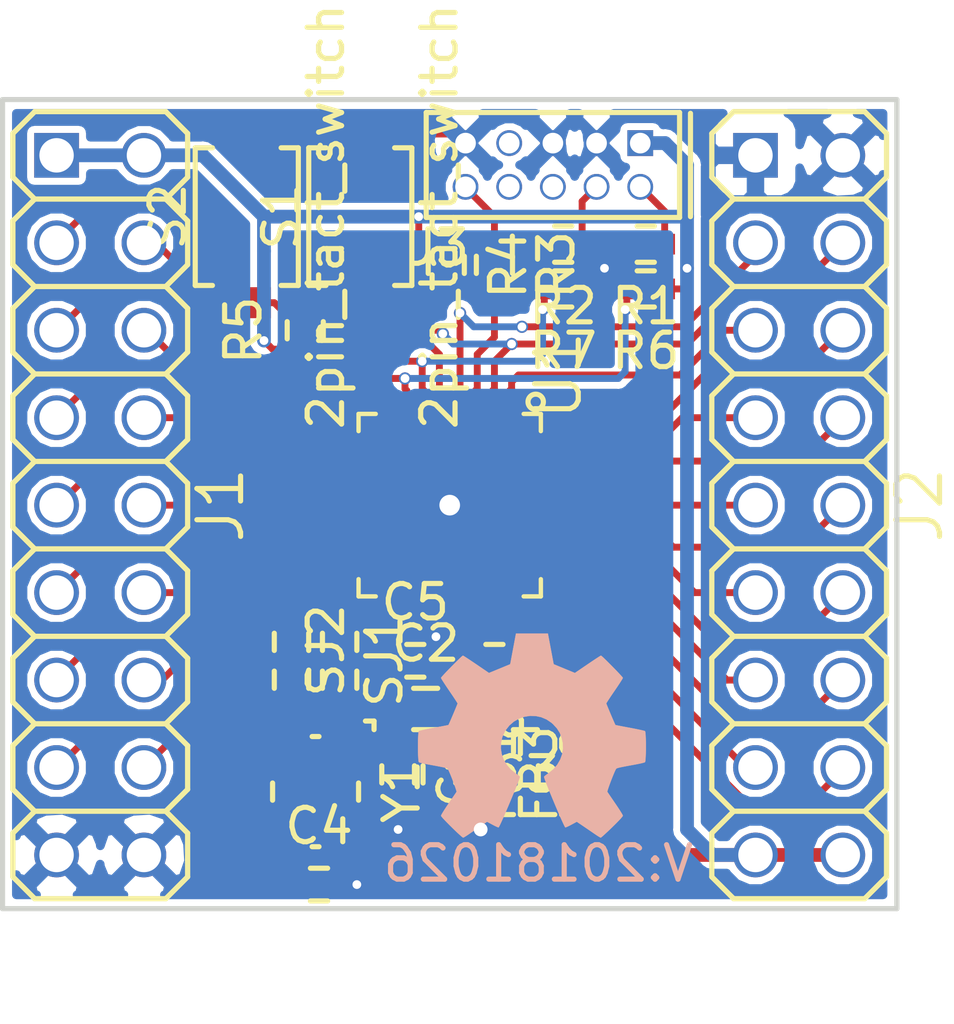
<source format=kicad_pcb>
(kicad_pcb (version 20171130) (host pcbnew 5.0.1-33cea8e~68~ubuntu18.04.1)

  (general
    (thickness 1.6)
    (drawings 4)
    (tracks 351)
    (zones 0)
    (modules 27)
    (nets 42)
  )

  (page A4)
  (layers
    (0 F.Cu signal)
    (31 B.Cu signal)
    (32 B.Adhes user)
    (33 F.Adhes user)
    (34 B.Paste user)
    (35 F.Paste user)
    (36 B.SilkS user)
    (37 F.SilkS user)
    (38 B.Mask user)
    (39 F.Mask user)
    (40 Dwgs.User user)
    (41 Cmts.User user)
    (42 Eco1.User user)
    (43 Eco2.User user)
    (44 Edge.Cuts user)
    (45 Margin user)
    (46 B.CrtYd user)
    (47 F.CrtYd user)
    (48 B.Fab user)
    (49 F.Fab user)
  )

  (setup
    (last_trace_width 0.2)
    (user_trace_width 0.127)
    (user_trace_width 0.2)
    (user_trace_width 0.3)
    (user_trace_width 0.4)
    (user_trace_width 0.6)
    (user_trace_width 1)
    (user_trace_width 1.5)
    (user_trace_width 2)
    (trace_clearance 0.127)
    (zone_clearance 0.2)
    (zone_45_only no)
    (trace_min 0.127)
    (segment_width 0.2)
    (edge_width 0.15)
    (via_size 0.3556)
    (via_drill 0.254)
    (via_min_size 0.3556)
    (via_min_drill 0.254)
    (user_via 0.3556 0.254)
    (user_via 0.55 0.4)
    (user_via 0.75 0.6)
    (user_via 0.95 0.8)
    (user_via 1.3 1)
    (user_via 1.5 1.2)
    (user_via 1.7 1.4)
    (user_via 1.9 1.6)
    (uvia_size 0.3556)
    (uvia_drill 0.254)
    (uvias_allowed no)
    (uvia_min_size 0.254)
    (uvia_min_drill 0.254)
    (pcb_text_width 0.3)
    (pcb_text_size 1.5 1.5)
    (mod_edge_width 0.15)
    (mod_text_size 1 1)
    (mod_text_width 0.15)
    (pad_size 1.524 1.524)
    (pad_drill 0.762)
    (pad_to_mask_clearance 0.1)
    (solder_mask_min_width 0.2)
    (aux_axis_origin 0 0)
    (visible_elements FFFFFF7F)
    (pcbplotparams
      (layerselection 0x00030_80000001)
      (usegerberextensions false)
      (usegerberattributes false)
      (usegerberadvancedattributes false)
      (creategerberjobfile false)
      (excludeedgelayer true)
      (linewidth 0.100000)
      (plotframeref false)
      (viasonmask false)
      (mode 1)
      (useauxorigin false)
      (hpglpennumber 1)
      (hpglpenspeed 20)
      (hpglpendiameter 15.000000)
      (psnegative false)
      (psa4output false)
      (plotreference true)
      (plotvalue true)
      (plotinvisibletext false)
      (padsonsilk false)
      (subtractmaskfromsilk false)
      (outputformat 1)
      (mirror false)
      (drillshape 1)
      (scaleselection 1)
      (outputdirectory ""))
  )

  (net 0 "")
  (net 1 /XTALIN)
  (net 2 VSS)
  (net 3 "Net-(C2-Pad1)")
  (net 4 "Net-(C3-Pad1)")
  (net 5 "Net-(C3-Pad2)")
  (net 6 /XTALOUT)
  (net 7 VDD)
  (net 8 /PIO0_28)
  (net 9 /PIO0_3)
  (net 10 /PIO0_2)
  (net 11 /PIO0_11)
  (net 12 /PIO0_10)
  (net 13 /PIO0_16)
  (net 14 /PIO0_27)
  (net 15 /PIO0_26)
  (net 16 /PIO0_25)
  (net 17 /PIO0_24)
  (net 18 /PIO0_15)
  (net 19 /PIO0_1)
  (net 20 /PIO0_9)
  (net 21 /PIO0_8)
  (net 22 /PIO0_7)
  (net 23 /PIO0_6)
  (net 24 /PIO0_0)
  (net 25 /PIO0_14)
  (net 26 /PIO0_23)
  (net 27 /PIO0_22)
  (net 28 /PIO0_21)
  (net 29 /PIO0_20)
  (net 30 /PIO0_19)
  (net 31 /PIO0_18)
  (net 32 /PIO0_17)
  (net 33 /PIO0_13)
  (net 34 /PIO0_12)
  (net 35 /PIO0_4)
  (net 36 "Net-(J3-Pad2)")
  (net 37 "Net-(J3-Pad4)")
  (net 38 "Net-(J3-Pad10)")
  (net 39 /RESET)
  (net 40 /PIO0_8-XTALIN)
  (net 41 /PIO0_9-XTALOUT)

  (net_class Default "This is the default net class."
    (clearance 0.127)
    (trace_width 0.127)
    (via_dia 0.3556)
    (via_drill 0.254)
    (uvia_dia 0.3556)
    (uvia_drill 0.254)
    (add_net /PIO0_0)
    (add_net /PIO0_1)
    (add_net /PIO0_10)
    (add_net /PIO0_11)
    (add_net /PIO0_12)
    (add_net /PIO0_13)
    (add_net /PIO0_14)
    (add_net /PIO0_15)
    (add_net /PIO0_16)
    (add_net /PIO0_17)
    (add_net /PIO0_18)
    (add_net /PIO0_19)
    (add_net /PIO0_2)
    (add_net /PIO0_20)
    (add_net /PIO0_21)
    (add_net /PIO0_22)
    (add_net /PIO0_23)
    (add_net /PIO0_24)
    (add_net /PIO0_25)
    (add_net /PIO0_26)
    (add_net /PIO0_27)
    (add_net /PIO0_28)
    (add_net /PIO0_3)
    (add_net /PIO0_4)
    (add_net /PIO0_6)
    (add_net /PIO0_7)
    (add_net /PIO0_8)
    (add_net /PIO0_8-XTALIN)
    (add_net /PIO0_9)
    (add_net /PIO0_9-XTALOUT)
    (add_net /RESET)
    (add_net /XTALIN)
    (add_net /XTALOUT)
    (add_net "Net-(C2-Pad1)")
    (add_net "Net-(C3-Pad1)")
    (add_net "Net-(C3-Pad2)")
    (add_net "Net-(J3-Pad10)")
    (add_net "Net-(J3-Pad2)")
    (add_net "Net-(J3-Pad4)")
    (add_net VDD)
    (add_net VSS)
  )

  (module Symbols:OSHW-Symbol_6.7x6mm_SilkScreen (layer B.Cu) (tedit 0) (tstamp 5A135134)
    (at 91.3 113.387362 180)
    (descr "Open Source Hardware Symbol")
    (tags "Logo Symbol OSHW")
    (path /5A135869)
    (attr virtual)
    (fp_text reference N1 (at 0 0 180) (layer B.SilkS) hide
      (effects (font (size 1 1) (thickness 0.15)) (justify mirror))
    )
    (fp_text value OHWLOGO (at 0.75 0 180) (layer B.Fab) hide
      (effects (font (size 1 1) (thickness 0.15)) (justify mirror))
    )
    (fp_poly (pts (xy 0.555814 2.531069) (xy 0.639635 2.086445) (xy 0.94892 1.958947) (xy 1.258206 1.831449)
      (xy 1.629246 2.083754) (xy 1.733157 2.154004) (xy 1.827087 2.216728) (xy 1.906652 2.269062)
      (xy 1.96747 2.308143) (xy 2.005157 2.331107) (xy 2.015421 2.336058) (xy 2.03391 2.323324)
      (xy 2.07342 2.288118) (xy 2.129522 2.234938) (xy 2.197787 2.168282) (xy 2.273786 2.092646)
      (xy 2.353092 2.012528) (xy 2.431275 1.932426) (xy 2.503907 1.856836) (xy 2.566559 1.790255)
      (xy 2.614803 1.737182) (xy 2.64421 1.702113) (xy 2.651241 1.690377) (xy 2.641123 1.66874)
      (xy 2.612759 1.621338) (xy 2.569129 1.552807) (xy 2.513218 1.467785) (xy 2.448006 1.370907)
      (xy 2.410219 1.31565) (xy 2.341343 1.214752) (xy 2.28014 1.123701) (xy 2.229578 1.04703)
      (xy 2.192628 0.989272) (xy 2.172258 0.954957) (xy 2.169197 0.947746) (xy 2.176136 0.927252)
      (xy 2.195051 0.879487) (xy 2.223087 0.811168) (xy 2.257391 0.729011) (xy 2.295109 0.63973)
      (xy 2.333387 0.550042) (xy 2.36937 0.466662) (xy 2.400206 0.396306) (xy 2.423039 0.34569)
      (xy 2.435017 0.321529) (xy 2.435724 0.320578) (xy 2.454531 0.315964) (xy 2.504618 0.305672)
      (xy 2.580793 0.290713) (xy 2.677865 0.272099) (xy 2.790643 0.250841) (xy 2.856442 0.238582)
      (xy 2.97695 0.215638) (xy 3.085797 0.193805) (xy 3.177476 0.174278) (xy 3.246481 0.158252)
      (xy 3.287304 0.146921) (xy 3.295511 0.143326) (xy 3.303548 0.118994) (xy 3.310033 0.064041)
      (xy 3.31497 -0.015108) (xy 3.318364 -0.112026) (xy 3.320218 -0.220287) (xy 3.320538 -0.333465)
      (xy 3.319327 -0.445135) (xy 3.31659 -0.548868) (xy 3.312331 -0.638241) (xy 3.306555 -0.706826)
      (xy 3.299267 -0.748197) (xy 3.294895 -0.75681) (xy 3.268764 -0.767133) (xy 3.213393 -0.781892)
      (xy 3.136107 -0.799352) (xy 3.04423 -0.81778) (xy 3.012158 -0.823741) (xy 2.857524 -0.852066)
      (xy 2.735375 -0.874876) (xy 2.641673 -0.89308) (xy 2.572384 -0.907583) (xy 2.523471 -0.919292)
      (xy 2.490897 -0.929115) (xy 2.470628 -0.937956) (xy 2.458626 -0.946724) (xy 2.456947 -0.948457)
      (xy 2.440184 -0.976371) (xy 2.414614 -1.030695) (xy 2.382788 -1.104777) (xy 2.34726 -1.191965)
      (xy 2.310583 -1.285608) (xy 2.275311 -1.379052) (xy 2.243996 -1.465647) (xy 2.219193 -1.53874)
      (xy 2.203454 -1.591678) (xy 2.199332 -1.617811) (xy 2.199676 -1.618726) (xy 2.213641 -1.640086)
      (xy 2.245322 -1.687084) (xy 2.291391 -1.754827) (xy 2.348518 -1.838423) (xy 2.413373 -1.932982)
      (xy 2.431843 -1.959854) (xy 2.497699 -2.057275) (xy 2.55565 -2.146163) (xy 2.602538 -2.221412)
      (xy 2.635207 -2.27792) (xy 2.6505 -2.310581) (xy 2.651241 -2.314593) (xy 2.638392 -2.335684)
      (xy 2.602888 -2.377464) (xy 2.549293 -2.435445) (xy 2.482171 -2.505135) (xy 2.406087 -2.582045)
      (xy 2.325604 -2.661683) (xy 2.245287 -2.739561) (xy 2.169699 -2.811186) (xy 2.103405 -2.87207)
      (xy 2.050969 -2.917721) (xy 2.016955 -2.94365) (xy 2.007545 -2.947883) (xy 1.985643 -2.937912)
      (xy 1.9408 -2.91102) (xy 1.880321 -2.871736) (xy 1.833789 -2.840117) (xy 1.749475 -2.782098)
      (xy 1.649626 -2.713784) (xy 1.549473 -2.645579) (xy 1.495627 -2.609075) (xy 1.313371 -2.4858)
      (xy 1.160381 -2.56852) (xy 1.090682 -2.604759) (xy 1.031414 -2.632926) (xy 0.991311 -2.648991)
      (xy 0.981103 -2.651226) (xy 0.968829 -2.634722) (xy 0.944613 -2.588082) (xy 0.910263 -2.515609)
      (xy 0.867588 -2.421606) (xy 0.818394 -2.310374) (xy 0.76449 -2.186215) (xy 0.707684 -2.053432)
      (xy 0.649782 -1.916327) (xy 0.592593 -1.779202) (xy 0.537924 -1.646358) (xy 0.487584 -1.522098)
      (xy 0.44338 -1.410725) (xy 0.407119 -1.316539) (xy 0.380609 -1.243844) (xy 0.365658 -1.196941)
      (xy 0.363254 -1.180833) (xy 0.382311 -1.160286) (xy 0.424036 -1.126933) (xy 0.479706 -1.087702)
      (xy 0.484378 -1.084599) (xy 0.628264 -0.969423) (xy 0.744283 -0.835053) (xy 0.83143 -0.685784)
      (xy 0.888699 -0.525913) (xy 0.915086 -0.359737) (xy 0.909585 -0.191552) (xy 0.87119 -0.025655)
      (xy 0.798895 0.133658) (xy 0.777626 0.168513) (xy 0.666996 0.309263) (xy 0.536302 0.422286)
      (xy 0.390064 0.506997) (xy 0.232808 0.562806) (xy 0.069057 0.589126) (xy -0.096667 0.58537)
      (xy -0.259838 0.55095) (xy -0.415935 0.485277) (xy -0.560433 0.387765) (xy -0.605131 0.348187)
      (xy -0.718888 0.224297) (xy -0.801782 0.093876) (xy -0.858644 -0.052315) (xy -0.890313 -0.197088)
      (xy -0.898131 -0.35986) (xy -0.872062 -0.52344) (xy -0.814755 -0.682298) (xy -0.728856 -0.830906)
      (xy -0.617014 -0.963735) (xy -0.481877 -1.075256) (xy -0.464117 -1.087011) (xy -0.40785 -1.125508)
      (xy -0.365077 -1.158863) (xy -0.344628 -1.18016) (xy -0.344331 -1.180833) (xy -0.348721 -1.203871)
      (xy -0.366124 -1.256157) (xy -0.394732 -1.33339) (xy -0.432735 -1.431268) (xy -0.478326 -1.545491)
      (xy -0.529697 -1.671758) (xy -0.585038 -1.805767) (xy -0.642542 -1.943218) (xy -0.700399 -2.079808)
      (xy -0.756802 -2.211237) (xy -0.809942 -2.333205) (xy -0.85801 -2.441409) (xy -0.899199 -2.531549)
      (xy -0.931699 -2.599323) (xy -0.953703 -2.64043) (xy -0.962564 -2.651226) (xy -0.98964 -2.642819)
      (xy -1.040303 -2.620272) (xy -1.105817 -2.587613) (xy -1.141841 -2.56852) (xy -1.294832 -2.4858)
      (xy -1.477088 -2.609075) (xy -1.570125 -2.672228) (xy -1.671985 -2.741727) (xy -1.767438 -2.807165)
      (xy -1.81525 -2.840117) (xy -1.882495 -2.885273) (xy -1.939436 -2.921057) (xy -1.978646 -2.942938)
      (xy -1.991381 -2.947563) (xy -2.009917 -2.935085) (xy -2.050941 -2.900252) (xy -2.110475 -2.846678)
      (xy -2.184542 -2.777983) (xy -2.269165 -2.697781) (xy -2.322685 -2.646286) (xy -2.416319 -2.554286)
      (xy -2.497241 -2.471999) (xy -2.562177 -2.402945) (xy -2.607858 -2.350644) (xy -2.631011 -2.318616)
      (xy -2.633232 -2.312116) (xy -2.622924 -2.287394) (xy -2.594439 -2.237405) (xy -2.550937 -2.167212)
      (xy -2.495577 -2.081875) (xy -2.43152 -1.986456) (xy -2.413303 -1.959854) (xy -2.346927 -1.863167)
      (xy -2.287378 -1.776117) (xy -2.237984 -1.703595) (xy -2.202075 -1.650493) (xy -2.182981 -1.621703)
      (xy -2.181136 -1.618726) (xy -2.183895 -1.595782) (xy -2.198538 -1.545336) (xy -2.222513 -1.474041)
      (xy -2.253266 -1.388547) (xy -2.288244 -1.295507) (xy -2.324893 -1.201574) (xy -2.360661 -1.113399)
      (xy -2.392994 -1.037634) (xy -2.419338 -0.980931) (xy -2.437142 -0.949943) (xy -2.438407 -0.948457)
      (xy -2.449294 -0.939601) (xy -2.467682 -0.930843) (xy -2.497606 -0.921277) (xy -2.543103 -0.909996)
      (xy -2.608209 -0.896093) (xy -2.696961 -0.878663) (xy -2.813393 -0.856798) (xy -2.961542 -0.829591)
      (xy -2.993618 -0.823741) (xy -3.088686 -0.805374) (xy -3.171565 -0.787405) (xy -3.23493 -0.771569)
      (xy -3.271458 -0.7596) (xy -3.276356 -0.75681) (xy -3.284427 -0.732072) (xy -3.290987 -0.67679)
      (xy -3.296033 -0.597389) (xy -3.299559 -0.500296) (xy -3.301561 -0.391938) (xy -3.302036 -0.27874)
      (xy -3.300977 -0.167128) (xy -3.298382 -0.063529) (xy -3.294246 0.025632) (xy -3.288563 0.093928)
      (xy -3.281331 0.134934) (xy -3.276971 0.143326) (xy -3.252698 0.151792) (xy -3.197426 0.165565)
      (xy -3.116662 0.18345) (xy -3.015912 0.204252) (xy -2.900683 0.226777) (xy -2.837902 0.238582)
      (xy -2.718787 0.260849) (xy -2.612565 0.281021) (xy -2.524427 0.298085) (xy -2.459566 0.311031)
      (xy -2.423174 0.318845) (xy -2.417184 0.320578) (xy -2.407061 0.34011) (xy -2.385662 0.387157)
      (xy -2.355839 0.454997) (xy -2.320445 0.536909) (xy -2.282332 0.626172) (xy -2.244353 0.716065)
      (xy -2.20936 0.799865) (xy -2.180206 0.870853) (xy -2.159743 0.922306) (xy -2.150823 0.947503)
      (xy -2.150657 0.948604) (xy -2.160769 0.968481) (xy -2.189117 1.014223) (xy -2.232723 1.081283)
      (xy -2.288606 1.165116) (xy -2.353787 1.261174) (xy -2.391679 1.31635) (xy -2.460725 1.417519)
      (xy -2.52205 1.50937) (xy -2.572663 1.587256) (xy -2.609571 1.646531) (xy -2.629782 1.682549)
      (xy -2.632701 1.690623) (xy -2.620153 1.709416) (xy -2.585463 1.749543) (xy -2.533063 1.806507)
      (xy -2.467384 1.875815) (xy -2.392856 1.952969) (xy -2.313913 2.033475) (xy -2.234983 2.112837)
      (xy -2.1605 2.18656) (xy -2.094894 2.250148) (xy -2.042596 2.299106) (xy -2.008039 2.328939)
      (xy -1.996478 2.336058) (xy -1.977654 2.326047) (xy -1.932631 2.297922) (xy -1.865787 2.254546)
      (xy -1.781499 2.198782) (xy -1.684144 2.133494) (xy -1.610707 2.083754) (xy -1.239667 1.831449)
      (xy -0.621095 2.086445) (xy -0.537275 2.531069) (xy -0.453454 2.975693) (xy 0.471994 2.975693)
      (xy 0.555814 2.531069)) (layer B.SilkS) (width 0.01))
  )

  (module SquantorLabels:Label_version (layer B.Cu) (tedit 5B5A1E49) (tstamp 5B96DD88)
    (at 90.4 117.187362 180)
    (path /5A1357A5)
    (fp_text reference N2 (at 0 -1.4 180) (layer B.Fab) hide
      (effects (font (size 1 1) (thickness 0.15)) (justify mirror))
    )
    (fp_text value 20181026 (at -0.4 0.1 180) (layer B.SilkS)
      (effects (font (size 1 1) (thickness 0.15)) (justify mirror))
    )
    (fp_text user V: (at -4.9 0.1 180) (layer B.SilkS)
      (effects (font (size 1 1) (thickness 0.15)) (justify mirror))
    )
  )

  (module SquantorIC:SOT617-3 (layer F.Cu) (tedit 5BD2E1B3) (tstamp 5BE9E4C7)
    (at 88.9 106.68 270)
    (descr "<li><b>SOT617-3</b><hr>\n<ul><li>HVQFN32: plastic thermal enhanced very thin quad flat package; no leads; 32 terminals; body 5 x 5 x 0.85 mm\n<li><u>JEDEC</u>: MO-220\n<li><u>IEC</u>: --\n<li><u>JEITA</u>: -- </ul>")
    (path /5BD2C0FE)
    (fp_text reference U1 (at -2.4 -3.9 270) (layer F.SilkS)
      (effects (font (size 1.27 1.27) (thickness 0.15)) (justify left bottom))
    )
    (fp_text value LPC824M201JHI33 (at -4.7 5 270) (layer F.Fab) hide
      (effects (font (size 1.27 1.27) (thickness 0.15)) (justify left bottom))
    )
    (fp_line (start -2.025 3.125) (end 2.025 3.125) (layer Dwgs.User) (width 0.127))
    (fp_line (start 2.025 -3.125) (end -2.025 -3.125) (layer Dwgs.User) (width 0.127))
    (fp_line (start -3.125 -2.025) (end -3.125 2.025) (layer Dwgs.User) (width 0.127))
    (fp_line (start -2.65 -2.65) (end -2.025 -2.65) (layer Dwgs.User) (width 0.127))
    (fp_line (start -2.65 2.65) (end -2.025 2.65) (layer Dwgs.User) (width 0.127))
    (fp_line (start 2.65 -2.65) (end 2.65 -2.025) (layer Dwgs.User) (width 0.127))
    (fp_line (start 2.65 2.025) (end 2.65 2.65) (layer Dwgs.User) (width 0.127))
    (fp_line (start -2.65 -2.65) (end -2.65 -2.025) (layer Dwgs.User) (width 0.127))
    (fp_line (start -2.65 2.025) (end -2.65 2.65) (layer Dwgs.User) (width 0.127))
    (fp_line (start -2.025 -3.125) (end -2.025 -2.65) (layer Dwgs.User) (width 0.127))
    (fp_line (start 2.025 -3.125) (end 2.025 -2.65) (layer Dwgs.User) (width 0.127))
    (fp_line (start -2.025 3.125) (end -2.025 2.65) (layer Dwgs.User) (width 0.127))
    (fp_line (start 2.025 3.125) (end 2.025 2.65) (layer Dwgs.User) (width 0.127))
    (fp_line (start -3.125 -2.025) (end -2.65 -2.025) (layer Dwgs.User) (width 0.127))
    (fp_line (start 2.65 -2.025) (end 3.125 -2.025) (layer Dwgs.User) (width 0.127))
    (fp_line (start -3.125 2.025) (end -2.65 2.025) (layer Dwgs.User) (width 0.127))
    (fp_line (start 2.65 2.025) (end 3.125 2.025) (layer Dwgs.User) (width 0.127))
    (fp_line (start 2.025 -2.65) (end 2.65 -2.65) (layer Dwgs.User) (width 0.127))
    (fp_line (start 3.125 -2.025) (end 3.125 2.025) (layer Dwgs.User) (width 0.127))
    (fp_line (start 2.025 2.65) (end 2.65 2.65) (layer Dwgs.User) (width 0.127))
    (fp_line (start -2.65 -2.65) (end -2.15 -2.65) (layer F.SilkS) (width 0.127))
    (fp_line (start -2.65 2.65) (end -2.15 2.65) (layer F.SilkS) (width 0.127))
    (fp_line (start -2.65 -2.65) (end -2.65 -2.15) (layer F.SilkS) (width 0.127))
    (fp_line (start -2.65 2.15) (end -2.65 2.65) (layer F.SilkS) (width 0.127))
    (fp_line (start 2.65 -2.65) (end 2.65 -2.15) (layer F.SilkS) (width 0.127))
    (fp_line (start 2.65 2.15) (end 2.65 2.65) (layer F.SilkS) (width 0.127))
    (fp_line (start 2.15 -2.65) (end 2.65 -2.65) (layer F.SilkS) (width 0.127))
    (fp_line (start 2.15 2.65) (end 2.65 2.65) (layer F.SilkS) (width 0.127))
    (fp_circle (center -3 -2.5) (end -2.7764 -2.5) (layer F.SilkS) (width 0.15))
    (fp_poly (pts (xy -0.25 0.25) (xy 0.25 0.25) (xy 0.25 -0.25) (xy -0.25 -0.25)) (layer F.Paste) (width 0))
    (fp_poly (pts (xy -1.05 0.25) (xy -0.55 0.25) (xy -0.55 -0.25) (xy -1.05 -0.25)) (layer F.Paste) (width 0))
    (fp_poly (pts (xy 0.55 0.25) (xy 1.05 0.25) (xy 1.05 -0.25) (xy 0.55 -0.25)) (layer F.Paste) (width 0))
    (fp_poly (pts (xy -0.25 -0.55) (xy 0.25 -0.55) (xy 0.25 -1.05) (xy -0.25 -1.05)) (layer F.Paste) (width 0))
    (fp_poly (pts (xy -0.25 1.05) (xy 0.25 1.05) (xy 0.25 0.55) (xy -0.25 0.55)) (layer F.Paste) (width 0))
    (fp_poly (pts (xy 0.55 -0.55) (xy 1.05 -0.55) (xy 1.05 -1.05) (xy 0.55 -1.05)) (layer F.Paste) (width 0))
    (fp_poly (pts (xy -1.05 -0.55) (xy -0.55 -0.55) (xy -0.55 -1.05) (xy -1.05 -1.05)) (layer F.Paste) (width 0))
    (fp_poly (pts (xy -1.05 1.05) (xy -0.55 1.05) (xy -0.55 0.55) (xy -1.05 0.55)) (layer F.Paste) (width 0))
    (fp_poly (pts (xy 0.55 1.05) (xy 1.05 1.05) (xy 1.05 0.55) (xy 0.55 0.55)) (layer F.Paste) (width 0))
    (pad 28 smd rect (at 0.25 -2.55 270) (size 0.29 0.9) (layers F.Cu F.Paste F.Mask)
      (net 28 /PIO0_21))
    (pad 27 smd rect (at 0.75 -2.55 270) (size 0.29 0.9) (layers F.Cu F.Paste F.Mask)
      (net 27 /PIO0_22))
    (pad 26 smd rect (at 1.25 -2.55 270) (size 0.29 0.9) (layers F.Cu F.Paste F.Mask)
      (net 26 /PIO0_23))
    (pad 25 smd rect (at 1.75 -2.55 270) (size 0.29 0.9) (layers F.Cu F.Paste F.Mask)
      (net 25 /PIO0_14))
    (pad 29 smd rect (at -0.25 -2.55 270) (size 0.29 0.9) (layers F.Cu F.Paste F.Mask)
      (net 29 /PIO0_20))
    (pad 30 smd rect (at -0.75 -2.55 270) (size 0.29 0.9) (layers F.Cu F.Paste F.Mask)
      (net 30 /PIO0_19))
    (pad 31 smd rect (at -1.25 -2.55 270) (size 0.29 0.9) (layers F.Cu F.Paste F.Mask)
      (net 31 /PIO0_18))
    (pad 32 smd rect (at -1.75 -2.55 270) (size 0.29 0.9) (layers F.Cu F.Paste F.Mask)
      (net 32 /PIO0_17))
    (pad 12 smd rect (at -0.25 2.55 90) (size 0.29 0.9) (layers F.Cu F.Paste F.Mask)
      (net 15 /PIO0_26))
    (pad 11 smd rect (at -0.75 2.55 90) (size 0.29 0.9) (layers F.Cu F.Paste F.Mask)
      (net 14 /PIO0_27))
    (pad 10 smd rect (at -1.25 2.55 90) (size 0.29 0.9) (layers F.Cu F.Paste F.Mask)
      (net 13 /PIO0_16))
    (pad 9 smd rect (at -1.75 2.55 90) (size 0.29 0.9) (layers F.Cu F.Paste F.Mask)
      (net 12 /PIO0_10))
    (pad 13 smd rect (at 0.25 2.55 90) (size 0.29 0.9) (layers F.Cu F.Paste F.Mask)
      (net 16 /PIO0_25))
    (pad 14 smd rect (at 0.75 2.55 90) (size 0.29 0.9) (layers F.Cu F.Paste F.Mask)
      (net 17 /PIO0_24))
    (pad 15 smd rect (at 1.25 2.55 90) (size 0.29 0.9) (layers F.Cu F.Paste F.Mask)
      (net 18 /PIO0_15))
    (pad 16 smd rect (at 1.75 2.55 90) (size 0.29 0.9) (layers F.Cu F.Paste F.Mask)
      (net 19 /PIO0_1))
    (pad 20 smd rect (at 2.55 0.25 180) (size 0.29 0.9) (layers F.Cu F.Paste F.Mask)
      (net 5 "Net-(C3-Pad2)"))
    (pad 19 smd rect (at 2.55 0.75 180) (size 0.29 0.9) (layers F.Cu F.Paste F.Mask)
      (net 3 "Net-(C2-Pad1)"))
    (pad 18 smd rect (at 2.55 1.25) (size 0.29 0.9) (layers F.Cu F.Paste F.Mask)
      (net 40 /PIO0_8-XTALIN))
    (pad 17 smd rect (at 2.55 1.75 180) (size 0.29 0.9) (layers F.Cu F.Paste F.Mask)
      (net 41 /PIO0_9-XTALOUT))
    (pad 21 smd rect (at 2.55 -0.25 180) (size 0.29 0.9) (layers F.Cu F.Paste F.Mask)
      (net 4 "Net-(C3-Pad1)"))
    (pad 22 smd rect (at 2.55 -0.75 180) (size 0.29 0.9) (layers F.Cu F.Paste F.Mask)
      (net 22 /PIO0_7))
    (pad 23 smd rect (at 2.55 -1.25 180) (size 0.29 0.9) (layers F.Cu F.Paste F.Mask)
      (net 23 /PIO0_6))
    (pad 24 smd rect (at 2.55 -1.75 180) (size 0.29 0.9) (layers F.Cu F.Paste F.Mask)
      (net 24 /PIO0_0))
    (pad 4 smd rect (at -2.55 -0.25) (size 0.29 0.9) (layers F.Cu F.Paste F.Mask)
      (net 35 /PIO0_4))
    (pad 3 smd rect (at -2.55 -0.75) (size 0.29 0.9) (layers F.Cu F.Paste F.Mask)
      (net 39 /RESET))
    (pad 2 smd rect (at -2.55 -1.25 180) (size 0.29 0.9) (layers F.Cu F.Paste F.Mask)
      (net 34 /PIO0_12))
    (pad 1 smd rect (at -2.55 -1.75) (size 0.29 0.9) (layers F.Cu F.Paste F.Mask)
      (net 33 /PIO0_13))
    (pad 5 smd rect (at -2.55 0.25) (size 0.29 0.9) (layers F.Cu F.Paste F.Mask)
      (net 8 /PIO0_28))
    (pad 6 smd rect (at -2.55 0.75) (size 0.29 0.9) (layers F.Cu F.Paste F.Mask)
      (net 9 /PIO0_3))
    (pad 7 smd rect (at -2.55 1.25) (size 0.29 0.9) (layers F.Cu F.Paste F.Mask)
      (net 10 /PIO0_2))
    (pad 8 smd rect (at -2.55 1.75) (size 0.29 0.9) (layers F.Cu F.Paste F.Mask)
      (net 11 /PIO0_11))
    (pad 33 smd rect (at 0 0 270) (size 3.5 3.5) (layers F.Cu F.Paste F.Mask)
      (net 2 VSS))
  )

  (module SquantorRcl:C_0402 (layer F.Cu) (tedit 58D18F8A) (tstamp 5C002820)
    (at 87.4 114.5 270)
    (descr "Capacitor SMD 0402, reflow soldering, AVX (see smccp.pdf)")
    (tags "capacitor 0402")
    (path /5BE10822)
    (attr smd)
    (fp_text reference C1 (at 0 -1.7 270) (layer F.SilkS)
      (effects (font (size 1 1) (thickness 0.15)))
    )
    (fp_text value 18p (at 0 1.7 270) (layer F.Fab)
      (effects (font (size 1 1) (thickness 0.15)))
    )
    (fp_line (start -0.5 0.25) (end -0.5 -0.25) (layer F.Fab) (width 0.15))
    (fp_line (start 0.5 0.25) (end -0.5 0.25) (layer F.Fab) (width 0.15))
    (fp_line (start 0.5 -0.25) (end 0.5 0.25) (layer F.Fab) (width 0.15))
    (fp_line (start -0.5 -0.25) (end 0.5 -0.25) (layer F.Fab) (width 0.15))
    (fp_line (start -1.15 -0.6) (end 1.15 -0.6) (layer F.CrtYd) (width 0.05))
    (fp_line (start -1.15 0.6) (end 1.15 0.6) (layer F.CrtYd) (width 0.05))
    (fp_line (start -1.15 -0.6) (end -1.15 0.6) (layer F.CrtYd) (width 0.05))
    (fp_line (start 1.15 -0.6) (end 1.15 0.6) (layer F.CrtYd) (width 0.05))
    (fp_line (start 0.25 -0.475) (end -0.25 -0.475) (layer F.SilkS) (width 0.15))
    (fp_line (start -0.25 0.475) (end 0.25 0.475) (layer F.SilkS) (width 0.15))
    (pad 1 smd rect (at -0.55 0 270) (size 0.6 0.5) (layers F.Cu F.Paste F.Mask)
      (net 1 /XTALIN) (solder_mask_margin 0.1))
    (pad 2 smd rect (at 0.55 0 270) (size 0.6 0.5) (layers F.Cu F.Paste F.Mask)
      (net 2 VSS) (solder_mask_margin 0.1))
    (model Capacitors_SMD.3dshapes/C_0402.wrl
      (at (xyz 0 0 0))
      (scale (xyz 1 1 1))
      (rotate (xyz 0 0 0))
    )
  )

  (module SquantorRcl:C_0402 (layer F.Cu) (tedit 58D18F8A) (tstamp 5C002850)
    (at 85.1 117.7)
    (descr "Capacitor SMD 0402, reflow soldering, AVX (see smccp.pdf)")
    (tags "capacitor 0402")
    (path /5BE10538)
    (attr smd)
    (fp_text reference C4 (at 0 -1.7) (layer F.SilkS)
      (effects (font (size 1 1) (thickness 0.15)))
    )
    (fp_text value 18p (at 0 1.7) (layer F.Fab)
      (effects (font (size 1 1) (thickness 0.15)))
    )
    (fp_line (start -0.25 0.475) (end 0.25 0.475) (layer F.SilkS) (width 0.15))
    (fp_line (start 0.25 -0.475) (end -0.25 -0.475) (layer F.SilkS) (width 0.15))
    (fp_line (start 1.15 -0.6) (end 1.15 0.6) (layer F.CrtYd) (width 0.05))
    (fp_line (start -1.15 -0.6) (end -1.15 0.6) (layer F.CrtYd) (width 0.05))
    (fp_line (start -1.15 0.6) (end 1.15 0.6) (layer F.CrtYd) (width 0.05))
    (fp_line (start -1.15 -0.6) (end 1.15 -0.6) (layer F.CrtYd) (width 0.05))
    (fp_line (start -0.5 -0.25) (end 0.5 -0.25) (layer F.Fab) (width 0.15))
    (fp_line (start 0.5 -0.25) (end 0.5 0.25) (layer F.Fab) (width 0.15))
    (fp_line (start 0.5 0.25) (end -0.5 0.25) (layer F.Fab) (width 0.15))
    (fp_line (start -0.5 0.25) (end -0.5 -0.25) (layer F.Fab) (width 0.15))
    (pad 2 smd rect (at 0.55 0) (size 0.6 0.5) (layers F.Cu F.Paste F.Mask)
      (net 2 VSS) (solder_mask_margin 0.1))
    (pad 1 smd rect (at -0.55 0) (size 0.6 0.5) (layers F.Cu F.Paste F.Mask)
      (net 6 /XTALOUT) (solder_mask_margin 0.1))
    (model Capacitors_SMD.3dshapes/C_0402.wrl
      (at (xyz 0 0 0))
      (scale (xyz 1 1 1))
      (rotate (xyz 0 0 0))
    )
  )

  (module SquantorRcl:C_0402 (layer F.Cu) (tedit 58D18F8A) (tstamp 5C002860)
    (at 87.9 111.2)
    (descr "Capacitor SMD 0402, reflow soldering, AVX (see smccp.pdf)")
    (tags "capacitor 0402")
    (path /5BD2CE0D)
    (attr smd)
    (fp_text reference C5 (at 0 -1.7) (layer F.SilkS)
      (effects (font (size 1 1) (thickness 0.15)))
    )
    (fp_text value 100n (at 0 1.7) (layer F.Fab)
      (effects (font (size 1 1) (thickness 0.15)))
    )
    (fp_line (start -0.25 0.475) (end 0.25 0.475) (layer F.SilkS) (width 0.15))
    (fp_line (start 0.25 -0.475) (end -0.25 -0.475) (layer F.SilkS) (width 0.15))
    (fp_line (start 1.15 -0.6) (end 1.15 0.6) (layer F.CrtYd) (width 0.05))
    (fp_line (start -1.15 -0.6) (end -1.15 0.6) (layer F.CrtYd) (width 0.05))
    (fp_line (start -1.15 0.6) (end 1.15 0.6) (layer F.CrtYd) (width 0.05))
    (fp_line (start -1.15 -0.6) (end 1.15 -0.6) (layer F.CrtYd) (width 0.05))
    (fp_line (start -0.5 -0.25) (end 0.5 -0.25) (layer F.Fab) (width 0.15))
    (fp_line (start 0.5 -0.25) (end 0.5 0.25) (layer F.Fab) (width 0.15))
    (fp_line (start 0.5 0.25) (end -0.5 0.25) (layer F.Fab) (width 0.15))
    (fp_line (start -0.5 0.25) (end -0.5 -0.25) (layer F.Fab) (width 0.15))
    (pad 2 smd rect (at 0.55 0) (size 0.6 0.5) (layers F.Cu F.Paste F.Mask)
      (net 2 VSS) (solder_mask_margin 0.1))
    (pad 1 smd rect (at -0.55 0) (size 0.6 0.5) (layers F.Cu F.Paste F.Mask)
      (net 3 "Net-(C2-Pad1)") (solder_mask_margin 0.1))
    (model Capacitors_SMD.3dshapes/C_0402.wrl
      (at (xyz 0 0 0))
      (scale (xyz 1 1 1))
      (rotate (xyz 0 0 0))
    )
  )

  (module SquantorRcl:C_0402 (layer F.Cu) (tedit 58D18F8A) (tstamp 5C002870)
    (at 90.2 111.2 180)
    (descr "Capacitor SMD 0402, reflow soldering, AVX (see smccp.pdf)")
    (tags "capacitor 0402")
    (path /5BD2C78F)
    (attr smd)
    (fp_text reference C6 (at 0 -1.7 180) (layer F.SilkS)
      (effects (font (size 1 1) (thickness 0.15)))
    )
    (fp_text value 100n (at 0 1.7 180) (layer F.Fab)
      (effects (font (size 1 1) (thickness 0.15)))
    )
    (fp_line (start -0.5 0.25) (end -0.5 -0.25) (layer F.Fab) (width 0.15))
    (fp_line (start 0.5 0.25) (end -0.5 0.25) (layer F.Fab) (width 0.15))
    (fp_line (start 0.5 -0.25) (end 0.5 0.25) (layer F.Fab) (width 0.15))
    (fp_line (start -0.5 -0.25) (end 0.5 -0.25) (layer F.Fab) (width 0.15))
    (fp_line (start -1.15 -0.6) (end 1.15 -0.6) (layer F.CrtYd) (width 0.05))
    (fp_line (start -1.15 0.6) (end 1.15 0.6) (layer F.CrtYd) (width 0.05))
    (fp_line (start -1.15 -0.6) (end -1.15 0.6) (layer F.CrtYd) (width 0.05))
    (fp_line (start 1.15 -0.6) (end 1.15 0.6) (layer F.CrtYd) (width 0.05))
    (fp_line (start 0.25 -0.475) (end -0.25 -0.475) (layer F.SilkS) (width 0.15))
    (fp_line (start -0.25 0.475) (end 0.25 0.475) (layer F.SilkS) (width 0.15))
    (pad 1 smd rect (at -0.55 0 180) (size 0.6 0.5) (layers F.Cu F.Paste F.Mask)
      (net 4 "Net-(C3-Pad1)") (solder_mask_margin 0.1))
    (pad 2 smd rect (at 0.55 0 180) (size 0.6 0.5) (layers F.Cu F.Paste F.Mask)
      (net 5 "Net-(C3-Pad2)") (solder_mask_margin 0.1))
    (model Capacitors_SMD.3dshapes/C_0402.wrl
      (at (xyz 0 0 0))
      (scale (xyz 1 1 1))
      (rotate (xyz 0 0 0))
    )
  )

  (module SquantorRcl:C_0402 (layer F.Cu) (tedit 58D18F8A) (tstamp 5C002880)
    (at 88.6 114.5 270)
    (descr "Capacitor SMD 0402, reflow soldering, AVX (see smccp.pdf)")
    (tags "capacitor 0402")
    (path /5BD2CE7B)
    (attr smd)
    (fp_text reference FB1 (at 0 -1.7 270) (layer F.SilkS)
      (effects (font (size 1 1) (thickness 0.15)))
    )
    (fp_text value Ferrite_Bead_Small (at 0 1.7) (layer F.Fab)
      (effects (font (size 1 1) (thickness 0.15)))
    )
    (fp_line (start -0.5 0.25) (end -0.5 -0.25) (layer F.Fab) (width 0.15))
    (fp_line (start 0.5 0.25) (end -0.5 0.25) (layer F.Fab) (width 0.15))
    (fp_line (start 0.5 -0.25) (end 0.5 0.25) (layer F.Fab) (width 0.15))
    (fp_line (start -0.5 -0.25) (end 0.5 -0.25) (layer F.Fab) (width 0.15))
    (fp_line (start -1.15 -0.6) (end 1.15 -0.6) (layer F.CrtYd) (width 0.05))
    (fp_line (start -1.15 0.6) (end 1.15 0.6) (layer F.CrtYd) (width 0.05))
    (fp_line (start -1.15 -0.6) (end -1.15 0.6) (layer F.CrtYd) (width 0.05))
    (fp_line (start 1.15 -0.6) (end 1.15 0.6) (layer F.CrtYd) (width 0.05))
    (fp_line (start 0.25 -0.475) (end -0.25 -0.475) (layer F.SilkS) (width 0.15))
    (fp_line (start -0.25 0.475) (end 0.25 0.475) (layer F.SilkS) (width 0.15))
    (pad 1 smd rect (at -0.55 0 270) (size 0.6 0.5) (layers F.Cu F.Paste F.Mask)
      (net 3 "Net-(C2-Pad1)") (solder_mask_margin 0.1))
    (pad 2 smd rect (at 0.55 0 270) (size 0.6 0.5) (layers F.Cu F.Paste F.Mask)
      (net 7 VDD) (solder_mask_margin 0.1))
    (model Capacitors_SMD.3dshapes/C_0402.wrl
      (at (xyz 0 0 0))
      (scale (xyz 1 1 1))
      (rotate (xyz 0 0 0))
    )
  )

  (module SquantorRcl:C_0402 (layer F.Cu) (tedit 58D18F8A) (tstamp 5C002890)
    (at 91 114.5 270)
    (descr "Capacitor SMD 0402, reflow soldering, AVX (see smccp.pdf)")
    (tags "capacitor 0402")
    (path /5BD2CA8D)
    (attr smd)
    (fp_text reference FB2 (at 0 -1.7 270) (layer F.SilkS)
      (effects (font (size 1 1) (thickness 0.15)))
    )
    (fp_text value Ferrite_Bead_Small (at 0 1.7 270) (layer F.Fab)
      (effects (font (size 1 1) (thickness 0.15)))
    )
    (fp_line (start -0.25 0.475) (end 0.25 0.475) (layer F.SilkS) (width 0.15))
    (fp_line (start 0.25 -0.475) (end -0.25 -0.475) (layer F.SilkS) (width 0.15))
    (fp_line (start 1.15 -0.6) (end 1.15 0.6) (layer F.CrtYd) (width 0.05))
    (fp_line (start -1.15 -0.6) (end -1.15 0.6) (layer F.CrtYd) (width 0.05))
    (fp_line (start -1.15 0.6) (end 1.15 0.6) (layer F.CrtYd) (width 0.05))
    (fp_line (start -1.15 -0.6) (end 1.15 -0.6) (layer F.CrtYd) (width 0.05))
    (fp_line (start -0.5 -0.25) (end 0.5 -0.25) (layer F.Fab) (width 0.15))
    (fp_line (start 0.5 -0.25) (end 0.5 0.25) (layer F.Fab) (width 0.15))
    (fp_line (start 0.5 0.25) (end -0.5 0.25) (layer F.Fab) (width 0.15))
    (fp_line (start -0.5 0.25) (end -0.5 -0.25) (layer F.Fab) (width 0.15))
    (pad 2 smd rect (at 0.55 0 270) (size 0.6 0.5) (layers F.Cu F.Paste F.Mask)
      (net 7 VDD) (solder_mask_margin 0.1))
    (pad 1 smd rect (at -0.55 0 270) (size 0.6 0.5) (layers F.Cu F.Paste F.Mask)
      (net 4 "Net-(C3-Pad1)") (solder_mask_margin 0.1))
    (model Capacitors_SMD.3dshapes/C_0402.wrl
      (at (xyz 0 0 0))
      (scale (xyz 1 1 1))
      (rotate (xyz 0 0 0))
    )
  )

  (module SquantorRcl:C_0402 (layer F.Cu) (tedit 58D18F8A) (tstamp 5C0028A0)
    (at 89.8 114.5 270)
    (descr "Capacitor SMD 0402, reflow soldering, AVX (see smccp.pdf)")
    (tags "capacitor 0402")
    (path /5BD2CAEC)
    (attr smd)
    (fp_text reference FB3 (at 0 -1.7 270) (layer F.SilkS)
      (effects (font (size 1 1) (thickness 0.15)))
    )
    (fp_text value Ferrite_Bead_Small (at 0 1.7 270) (layer F.Fab)
      (effects (font (size 1 1) (thickness 0.15)))
    )
    (fp_line (start -0.5 0.25) (end -0.5 -0.25) (layer F.Fab) (width 0.15))
    (fp_line (start 0.5 0.25) (end -0.5 0.25) (layer F.Fab) (width 0.15))
    (fp_line (start 0.5 -0.25) (end 0.5 0.25) (layer F.Fab) (width 0.15))
    (fp_line (start -0.5 -0.25) (end 0.5 -0.25) (layer F.Fab) (width 0.15))
    (fp_line (start -1.15 -0.6) (end 1.15 -0.6) (layer F.CrtYd) (width 0.05))
    (fp_line (start -1.15 0.6) (end 1.15 0.6) (layer F.CrtYd) (width 0.05))
    (fp_line (start -1.15 -0.6) (end -1.15 0.6) (layer F.CrtYd) (width 0.05))
    (fp_line (start 1.15 -0.6) (end 1.15 0.6) (layer F.CrtYd) (width 0.05))
    (fp_line (start 0.25 -0.475) (end -0.25 -0.475) (layer F.SilkS) (width 0.15))
    (fp_line (start -0.25 0.475) (end 0.25 0.475) (layer F.SilkS) (width 0.15))
    (pad 1 smd rect (at -0.55 0 270) (size 0.6 0.5) (layers F.Cu F.Paste F.Mask)
      (net 5 "Net-(C3-Pad2)") (solder_mask_margin 0.1))
    (pad 2 smd rect (at 0.55 0 270) (size 0.6 0.5) (layers F.Cu F.Paste F.Mask)
      (net 2 VSS) (solder_mask_margin 0.1))
    (model Capacitors_SMD.3dshapes/C_0402.wrl
      (at (xyz 0 0 0))
      (scale (xyz 1 1 1))
      (rotate (xyz 0 0 0))
    )
  )

  (module SquantorConnectors:Header-0254-2X09-H010 (layer F.Cu) (tedit 5BD2E1B9) (tstamp 5C007C54)
    (at 78.74 106.68 270)
    (descr "PIN HEADER")
    (tags "PIN HEADER")
    (path /5BD2E6A6)
    (attr virtual)
    (fp_text reference J1 (at 0 -3.5 270) (layer F.SilkS)
      (effects (font (size 1.27 1.27) (thickness 0.15)))
    )
    (fp_text value Conn_02x09_Odd_Even (at 0 3.6 270) (layer F.Fab) hide
      (effects (font (size 1.27 1.27) (thickness 0.15)))
    )
    (fp_line (start -11.43 1.905) (end -10.795 2.54) (layer F.SilkS) (width 0.1524))
    (fp_line (start -9.525 2.54) (end -8.89 1.905) (layer F.SilkS) (width 0.1524))
    (fp_line (start -8.89 1.905) (end -8.255 2.54) (layer F.SilkS) (width 0.1524))
    (fp_line (start -6.985 2.54) (end -6.35 1.905) (layer F.SilkS) (width 0.1524))
    (fp_line (start -6.35 1.905) (end -5.715 2.54) (layer F.SilkS) (width 0.1524))
    (fp_line (start -4.445 2.54) (end -3.81 1.905) (layer F.SilkS) (width 0.1524))
    (fp_line (start -3.81 1.905) (end -3.175 2.54) (layer F.SilkS) (width 0.1524))
    (fp_line (start -1.905 2.54) (end -1.27 1.905) (layer F.SilkS) (width 0.1524))
    (fp_line (start -1.27 1.905) (end -0.635 2.54) (layer F.SilkS) (width 0.1524))
    (fp_line (start 0.635 2.54) (end 1.27 1.905) (layer F.SilkS) (width 0.1524))
    (fp_line (start 1.27 1.905) (end 1.905 2.54) (layer F.SilkS) (width 0.1524))
    (fp_line (start 3.175 2.54) (end 3.81 1.905) (layer F.SilkS) (width 0.1524))
    (fp_line (start -11.43 1.905) (end -11.43 -1.905) (layer F.SilkS) (width 0.1524))
    (fp_line (start -11.43 -1.905) (end -10.795 -2.54) (layer F.SilkS) (width 0.1524))
    (fp_line (start -10.795 -2.54) (end -9.525 -2.54) (layer F.SilkS) (width 0.1524))
    (fp_line (start -9.525 -2.54) (end -8.89 -1.905) (layer F.SilkS) (width 0.1524))
    (fp_line (start -8.89 -1.905) (end -8.255 -2.54) (layer F.SilkS) (width 0.1524))
    (fp_line (start -8.255 -2.54) (end -6.985 -2.54) (layer F.SilkS) (width 0.1524))
    (fp_line (start -6.985 -2.54) (end -6.35 -1.905) (layer F.SilkS) (width 0.1524))
    (fp_line (start -6.35 -1.905) (end -5.715 -2.54) (layer F.SilkS) (width 0.1524))
    (fp_line (start -5.715 -2.54) (end -4.445 -2.54) (layer F.SilkS) (width 0.1524))
    (fp_line (start -4.445 -2.54) (end -3.81 -1.905) (layer F.SilkS) (width 0.1524))
    (fp_line (start -3.81 -1.905) (end -3.175 -2.54) (layer F.SilkS) (width 0.1524))
    (fp_line (start -3.175 -2.54) (end -1.905 -2.54) (layer F.SilkS) (width 0.1524))
    (fp_line (start -1.905 -2.54) (end -1.27 -1.905) (layer F.SilkS) (width 0.1524))
    (fp_line (start -1.27 -1.905) (end -0.635 -2.54) (layer F.SilkS) (width 0.1524))
    (fp_line (start -0.635 -2.54) (end 0.635 -2.54) (layer F.SilkS) (width 0.1524))
    (fp_line (start 0.635 -2.54) (end 1.27 -1.905) (layer F.SilkS) (width 0.1524))
    (fp_line (start 1.27 -1.905) (end 1.905 -2.54) (layer F.SilkS) (width 0.1524))
    (fp_line (start 1.905 -2.54) (end 3.175 -2.54) (layer F.SilkS) (width 0.1524))
    (fp_line (start 3.175 -2.54) (end 3.81 -1.905) (layer F.SilkS) (width 0.1524))
    (fp_line (start 3.81 -1.905) (end 4.445 -2.54) (layer F.SilkS) (width 0.1524))
    (fp_line (start 4.445 -2.54) (end 5.715 -2.54) (layer F.SilkS) (width 0.1524))
    (fp_line (start 5.715 -2.54) (end 6.35 -1.905) (layer F.SilkS) (width 0.1524))
    (fp_line (start 6.35 -1.905) (end 6.985 -2.54) (layer F.SilkS) (width 0.1524))
    (fp_line (start 6.985 -2.54) (end 8.255 -2.54) (layer F.SilkS) (width 0.1524))
    (fp_line (start 8.255 -2.54) (end 8.89 -1.905) (layer F.SilkS) (width 0.1524))
    (fp_line (start 8.89 1.905) (end 8.255 2.54) (layer F.SilkS) (width 0.1524))
    (fp_line (start 6.35 1.905) (end 6.985 2.54) (layer F.SilkS) (width 0.1524))
    (fp_line (start 6.35 1.905) (end 5.715 2.54) (layer F.SilkS) (width 0.1524))
    (fp_line (start 3.81 1.905) (end 4.445 2.54) (layer F.SilkS) (width 0.1524))
    (fp_line (start -8.89 -1.905) (end -8.89 1.905) (layer F.SilkS) (width 0.1524))
    (fp_line (start -6.35 -1.905) (end -6.35 1.905) (layer F.SilkS) (width 0.1524))
    (fp_line (start -3.81 -1.905) (end -3.81 1.905) (layer F.SilkS) (width 0.1524))
    (fp_line (start -1.27 -1.905) (end -1.27 1.905) (layer F.SilkS) (width 0.1524))
    (fp_line (start 1.27 -1.905) (end 1.27 1.905) (layer F.SilkS) (width 0.1524))
    (fp_line (start 3.81 -1.905) (end 3.81 1.905) (layer F.SilkS) (width 0.1524))
    (fp_line (start 6.35 -1.905) (end 6.35 1.905) (layer F.SilkS) (width 0.1524))
    (fp_line (start 8.89 -1.905) (end 8.89 1.905) (layer F.SilkS) (width 0.1524))
    (fp_line (start 6.985 2.54) (end 8.255 2.54) (layer F.SilkS) (width 0.1524))
    (fp_line (start 4.445 2.54) (end 5.715 2.54) (layer F.SilkS) (width 0.1524))
    (fp_line (start 1.905 2.54) (end 3.175 2.54) (layer F.SilkS) (width 0.1524))
    (fp_line (start -0.635 2.54) (end 0.635 2.54) (layer F.SilkS) (width 0.1524))
    (fp_line (start -3.175 2.54) (end -1.905 2.54) (layer F.SilkS) (width 0.1524))
    (fp_line (start -5.715 2.54) (end -4.445 2.54) (layer F.SilkS) (width 0.1524))
    (fp_line (start -8.255 2.54) (end -6.985 2.54) (layer F.SilkS) (width 0.1524))
    (fp_line (start -10.795 2.54) (end -9.525 2.54) (layer F.SilkS) (width 0.1524))
    (fp_line (start 8.89 -1.905) (end 9.525 -2.54) (layer F.SilkS) (width 0.1524))
    (fp_line (start 9.525 -2.54) (end 10.795 -2.54) (layer F.SilkS) (width 0.1524))
    (fp_line (start 10.795 -2.54) (end 11.43 -1.905) (layer F.SilkS) (width 0.1524))
    (fp_line (start 11.43 1.905) (end 10.795 2.54) (layer F.SilkS) (width 0.1524))
    (fp_line (start 8.89 1.905) (end 9.525 2.54) (layer F.SilkS) (width 0.1524))
    (fp_line (start 11.43 -1.905) (end 11.43 1.905) (layer F.SilkS) (width 0.1524))
    (fp_line (start 9.525 2.54) (end 10.795 2.54) (layer F.SilkS) (width 0.1524))
    (pad 1 thru_hole rect (at -10.16 1.27 270) (size 1.3 1.3) (drill 1) (layers *.Cu *.Mask)
      (net 7 VDD))
    (pad 2 thru_hole circle (at -10.16 -1.27 270) (size 1.3 1.3) (drill 1) (layers *.Cu *.Mask)
      (net 7 VDD))
    (pad 3 thru_hole circle (at -7.62 1.27 270) (size 1.3 1.3) (drill 1) (layers *.Cu *.Mask)
      (net 8 /PIO0_28))
    (pad 4 thru_hole circle (at -7.62 -1.27 270) (size 1.3 1.3) (drill 1) (layers *.Cu *.Mask)
      (net 9 /PIO0_3))
    (pad 5 thru_hole circle (at -5.08 1.27 270) (size 1.3 1.3) (drill 1) (layers *.Cu *.Mask)
      (net 10 /PIO0_2))
    (pad 6 thru_hole circle (at -5.08 -1.27 270) (size 1.3 1.3) (drill 1) (layers *.Cu *.Mask)
      (net 11 /PIO0_11))
    (pad 7 thru_hole circle (at -2.54 1.27 270) (size 1.3 1.3) (drill 1) (layers *.Cu *.Mask)
      (net 12 /PIO0_10))
    (pad 8 thru_hole circle (at -2.54 -1.27 270) (size 1.3 1.3) (drill 1) (layers *.Cu *.Mask)
      (net 13 /PIO0_16))
    (pad 9 thru_hole circle (at 0 1.27 270) (size 1.3 1.3) (drill 1) (layers *.Cu *.Mask)
      (net 14 /PIO0_27))
    (pad 10 thru_hole circle (at 0 -1.27 270) (size 1.3 1.3) (drill 1) (layers *.Cu *.Mask)
      (net 15 /PIO0_26))
    (pad 11 thru_hole circle (at 2.54 1.27 270) (size 1.3 1.3) (drill 1) (layers *.Cu *.Mask)
      (net 16 /PIO0_25))
    (pad 12 thru_hole circle (at 2.54 -1.27 270) (size 1.3 1.3) (drill 1) (layers *.Cu *.Mask)
      (net 17 /PIO0_24))
    (pad 13 thru_hole circle (at 5.08 1.27 270) (size 1.3 1.3) (drill 1) (layers *.Cu *.Mask)
      (net 18 /PIO0_15))
    (pad 14 thru_hole circle (at 5.08 -1.27 270) (size 1.3 1.3) (drill 1) (layers *.Cu *.Mask)
      (net 19 /PIO0_1))
    (pad 15 thru_hole circle (at 7.62 1.27 270) (size 1.3 1.3) (drill 1) (layers *.Cu *.Mask)
      (net 20 /PIO0_9))
    (pad 16 thru_hole circle (at 7.62 -1.27 270) (size 1.3 1.3) (drill 1) (layers *.Cu *.Mask)
      (net 21 /PIO0_8))
    (pad 17 thru_hole circle (at 10.16 1.27 270) (size 1.3 1.3) (drill 1) (layers *.Cu *.Mask)
      (net 2 VSS))
    (pad 18 thru_hole circle (at 10.16 -1.27 270) (size 1.3 1.3) (drill 1) (layers *.Cu *.Mask)
      (net 2 VSS))
  )

  (module SquantorConnectors:Header-0254-2X09-H010 (layer F.Cu) (tedit 5BD2E1A1) (tstamp 5C00294C)
    (at 99.06 106.68 270)
    (descr "PIN HEADER")
    (tags "PIN HEADER")
    (path /5BD2E711)
    (attr virtual)
    (fp_text reference J2 (at 0 -3.5 270) (layer F.SilkS)
      (effects (font (size 1.27 1.27) (thickness 0.15)))
    )
    (fp_text value Conn_02x09_Odd_Even (at -0.58 3.6 270) (layer F.Fab) hide
      (effects (font (size 1.27 1.27) (thickness 0.15)))
    )
    (fp_line (start 9.525 2.54) (end 10.795 2.54) (layer F.SilkS) (width 0.1524))
    (fp_line (start 11.43 -1.905) (end 11.43 1.905) (layer F.SilkS) (width 0.1524))
    (fp_line (start 8.89 1.905) (end 9.525 2.54) (layer F.SilkS) (width 0.1524))
    (fp_line (start 11.43 1.905) (end 10.795 2.54) (layer F.SilkS) (width 0.1524))
    (fp_line (start 10.795 -2.54) (end 11.43 -1.905) (layer F.SilkS) (width 0.1524))
    (fp_line (start 9.525 -2.54) (end 10.795 -2.54) (layer F.SilkS) (width 0.1524))
    (fp_line (start 8.89 -1.905) (end 9.525 -2.54) (layer F.SilkS) (width 0.1524))
    (fp_line (start -10.795 2.54) (end -9.525 2.54) (layer F.SilkS) (width 0.1524))
    (fp_line (start -8.255 2.54) (end -6.985 2.54) (layer F.SilkS) (width 0.1524))
    (fp_line (start -5.715 2.54) (end -4.445 2.54) (layer F.SilkS) (width 0.1524))
    (fp_line (start -3.175 2.54) (end -1.905 2.54) (layer F.SilkS) (width 0.1524))
    (fp_line (start -0.635 2.54) (end 0.635 2.54) (layer F.SilkS) (width 0.1524))
    (fp_line (start 1.905 2.54) (end 3.175 2.54) (layer F.SilkS) (width 0.1524))
    (fp_line (start 4.445 2.54) (end 5.715 2.54) (layer F.SilkS) (width 0.1524))
    (fp_line (start 6.985 2.54) (end 8.255 2.54) (layer F.SilkS) (width 0.1524))
    (fp_line (start 8.89 -1.905) (end 8.89 1.905) (layer F.SilkS) (width 0.1524))
    (fp_line (start 6.35 -1.905) (end 6.35 1.905) (layer F.SilkS) (width 0.1524))
    (fp_line (start 3.81 -1.905) (end 3.81 1.905) (layer F.SilkS) (width 0.1524))
    (fp_line (start 1.27 -1.905) (end 1.27 1.905) (layer F.SilkS) (width 0.1524))
    (fp_line (start -1.27 -1.905) (end -1.27 1.905) (layer F.SilkS) (width 0.1524))
    (fp_line (start -3.81 -1.905) (end -3.81 1.905) (layer F.SilkS) (width 0.1524))
    (fp_line (start -6.35 -1.905) (end -6.35 1.905) (layer F.SilkS) (width 0.1524))
    (fp_line (start -8.89 -1.905) (end -8.89 1.905) (layer F.SilkS) (width 0.1524))
    (fp_line (start 3.81 1.905) (end 4.445 2.54) (layer F.SilkS) (width 0.1524))
    (fp_line (start 6.35 1.905) (end 5.715 2.54) (layer F.SilkS) (width 0.1524))
    (fp_line (start 6.35 1.905) (end 6.985 2.54) (layer F.SilkS) (width 0.1524))
    (fp_line (start 8.89 1.905) (end 8.255 2.54) (layer F.SilkS) (width 0.1524))
    (fp_line (start 8.255 -2.54) (end 8.89 -1.905) (layer F.SilkS) (width 0.1524))
    (fp_line (start 6.985 -2.54) (end 8.255 -2.54) (layer F.SilkS) (width 0.1524))
    (fp_line (start 6.35 -1.905) (end 6.985 -2.54) (layer F.SilkS) (width 0.1524))
    (fp_line (start 5.715 -2.54) (end 6.35 -1.905) (layer F.SilkS) (width 0.1524))
    (fp_line (start 4.445 -2.54) (end 5.715 -2.54) (layer F.SilkS) (width 0.1524))
    (fp_line (start 3.81 -1.905) (end 4.445 -2.54) (layer F.SilkS) (width 0.1524))
    (fp_line (start 3.175 -2.54) (end 3.81 -1.905) (layer F.SilkS) (width 0.1524))
    (fp_line (start 1.905 -2.54) (end 3.175 -2.54) (layer F.SilkS) (width 0.1524))
    (fp_line (start 1.27 -1.905) (end 1.905 -2.54) (layer F.SilkS) (width 0.1524))
    (fp_line (start 0.635 -2.54) (end 1.27 -1.905) (layer F.SilkS) (width 0.1524))
    (fp_line (start -0.635 -2.54) (end 0.635 -2.54) (layer F.SilkS) (width 0.1524))
    (fp_line (start -1.27 -1.905) (end -0.635 -2.54) (layer F.SilkS) (width 0.1524))
    (fp_line (start -1.905 -2.54) (end -1.27 -1.905) (layer F.SilkS) (width 0.1524))
    (fp_line (start -3.175 -2.54) (end -1.905 -2.54) (layer F.SilkS) (width 0.1524))
    (fp_line (start -3.81 -1.905) (end -3.175 -2.54) (layer F.SilkS) (width 0.1524))
    (fp_line (start -4.445 -2.54) (end -3.81 -1.905) (layer F.SilkS) (width 0.1524))
    (fp_line (start -5.715 -2.54) (end -4.445 -2.54) (layer F.SilkS) (width 0.1524))
    (fp_line (start -6.35 -1.905) (end -5.715 -2.54) (layer F.SilkS) (width 0.1524))
    (fp_line (start -6.985 -2.54) (end -6.35 -1.905) (layer F.SilkS) (width 0.1524))
    (fp_line (start -8.255 -2.54) (end -6.985 -2.54) (layer F.SilkS) (width 0.1524))
    (fp_line (start -8.89 -1.905) (end -8.255 -2.54) (layer F.SilkS) (width 0.1524))
    (fp_line (start -9.525 -2.54) (end -8.89 -1.905) (layer F.SilkS) (width 0.1524))
    (fp_line (start -10.795 -2.54) (end -9.525 -2.54) (layer F.SilkS) (width 0.1524))
    (fp_line (start -11.43 -1.905) (end -10.795 -2.54) (layer F.SilkS) (width 0.1524))
    (fp_line (start -11.43 1.905) (end -11.43 -1.905) (layer F.SilkS) (width 0.1524))
    (fp_line (start 3.175 2.54) (end 3.81 1.905) (layer F.SilkS) (width 0.1524))
    (fp_line (start 1.27 1.905) (end 1.905 2.54) (layer F.SilkS) (width 0.1524))
    (fp_line (start 0.635 2.54) (end 1.27 1.905) (layer F.SilkS) (width 0.1524))
    (fp_line (start -1.27 1.905) (end -0.635 2.54) (layer F.SilkS) (width 0.1524))
    (fp_line (start -1.905 2.54) (end -1.27 1.905) (layer F.SilkS) (width 0.1524))
    (fp_line (start -3.81 1.905) (end -3.175 2.54) (layer F.SilkS) (width 0.1524))
    (fp_line (start -4.445 2.54) (end -3.81 1.905) (layer F.SilkS) (width 0.1524))
    (fp_line (start -6.35 1.905) (end -5.715 2.54) (layer F.SilkS) (width 0.1524))
    (fp_line (start -6.985 2.54) (end -6.35 1.905) (layer F.SilkS) (width 0.1524))
    (fp_line (start -8.89 1.905) (end -8.255 2.54) (layer F.SilkS) (width 0.1524))
    (fp_line (start -9.525 2.54) (end -8.89 1.905) (layer F.SilkS) (width 0.1524))
    (fp_line (start -11.43 1.905) (end -10.795 2.54) (layer F.SilkS) (width 0.1524))
    (pad 18 thru_hole circle (at 10.16 -1.27 270) (size 1.3 1.3) (drill 1) (layers *.Cu *.Mask)
      (net 7 VDD))
    (pad 17 thru_hole circle (at 10.16 1.27 270) (size 1.3 1.3) (drill 1) (layers *.Cu *.Mask)
      (net 7 VDD))
    (pad 16 thru_hole circle (at 7.62 -1.27 270) (size 1.3 1.3) (drill 1) (layers *.Cu *.Mask)
      (net 22 /PIO0_7))
    (pad 15 thru_hole circle (at 7.62 1.27 270) (size 1.3 1.3) (drill 1) (layers *.Cu *.Mask)
      (net 23 /PIO0_6))
    (pad 14 thru_hole circle (at 5.08 -1.27 270) (size 1.3 1.3) (drill 1) (layers *.Cu *.Mask)
      (net 24 /PIO0_0))
    (pad 13 thru_hole circle (at 5.08 1.27 270) (size 1.3 1.3) (drill 1) (layers *.Cu *.Mask)
      (net 25 /PIO0_14))
    (pad 12 thru_hole circle (at 2.54 -1.27 270) (size 1.3 1.3) (drill 1) (layers *.Cu *.Mask)
      (net 26 /PIO0_23))
    (pad 11 thru_hole circle (at 2.54 1.27 270) (size 1.3 1.3) (drill 1) (layers *.Cu *.Mask)
      (net 27 /PIO0_22))
    (pad 10 thru_hole circle (at 0 -1.27 270) (size 1.3 1.3) (drill 1) (layers *.Cu *.Mask)
      (net 28 /PIO0_21))
    (pad 9 thru_hole circle (at 0 1.27 270) (size 1.3 1.3) (drill 1) (layers *.Cu *.Mask)
      (net 29 /PIO0_20))
    (pad 8 thru_hole circle (at -2.54 -1.27 270) (size 1.3 1.3) (drill 1) (layers *.Cu *.Mask)
      (net 30 /PIO0_19))
    (pad 7 thru_hole circle (at -2.54 1.27 270) (size 1.3 1.3) (drill 1) (layers *.Cu *.Mask)
      (net 31 /PIO0_18))
    (pad 6 thru_hole circle (at -5.08 -1.27 270) (size 1.3 1.3) (drill 1) (layers *.Cu *.Mask)
      (net 32 /PIO0_17))
    (pad 5 thru_hole circle (at -5.08 1.27 270) (size 1.3 1.3) (drill 1) (layers *.Cu *.Mask)
      (net 33 /PIO0_13))
    (pad 4 thru_hole circle (at -7.62 -1.27 270) (size 1.3 1.3) (drill 1) (layers *.Cu *.Mask)
      (net 34 /PIO0_12))
    (pad 3 thru_hole circle (at -7.62 1.27 270) (size 1.3 1.3) (drill 1) (layers *.Cu *.Mask)
      (net 35 /PIO0_4))
    (pad 2 thru_hole circle (at -10.16 -1.27 270) (size 1.3 1.3) (drill 1) (layers *.Cu *.Mask)
      (net 2 VSS))
    (pad 1 thru_hole rect (at -10.16 1.27 270) (size 1.3 1.3) (drill 1) (layers *.Cu *.Mask)
      (net 2 VSS))
  )

  (module SquantorConnectors:Header-0127-2X05-H006 (layer F.Cu) (tedit 5B2E13C6) (tstamp 5C00295F)
    (at 91.9 96.8 180)
    (path /5BD303CB)
    (fp_text reference J3 (at 3.3 -2.4 180) (layer F.SilkS)
      (effects (font (size 1 1) (thickness 0.15)))
    )
    (fp_text value JTAG_2X05 (at 0 2.5 180) (layer F.Fab)
      (effects (font (size 1 1) (thickness 0.15)))
    )
    (fp_line (start -4 -1.5) (end -4 1.5) (layer F.SilkS) (width 0.15))
    (fp_line (start -3.683 1.524) (end -3.683 -1.524) (layer F.SilkS) (width 0.15))
    (fp_line (start 3.683 1.524) (end -3.683 1.524) (layer F.SilkS) (width 0.15))
    (fp_line (start 3.683 -1.524) (end 3.683 1.524) (layer F.SilkS) (width 0.15))
    (fp_line (start -3.683 -1.524) (end 3.683 -1.524) (layer F.SilkS) (width 0.15))
    (pad 1 thru_hole rect (at -2.54 0.635 180) (size 0.75 0.75) (drill 0.6) (layers *.Cu *.Mask)
      (net 7 VDD))
    (pad 2 thru_hole circle (at -2.54 -0.635 180) (size 0.75 0.75) (drill 0.6) (layers *.Cu *.Mask)
      (net 36 "Net-(J3-Pad2)"))
    (pad 3 thru_hole circle (at -1.27 0.635 180) (size 0.75 0.75) (drill 0.6) (layers *.Cu *.Mask)
      (net 2 VSS))
    (pad 4 thru_hole circle (at -1.27 -0.635 180) (size 0.75 0.75) (drill 0.6) (layers *.Cu *.Mask)
      (net 37 "Net-(J3-Pad4)"))
    (pad 5 thru_hole circle (at 0 0.635 180) (size 0.75 0.75) (drill 0.6) (layers *.Cu *.Mask)
      (net 2 VSS))
    (pad 6 thru_hole circle (at 0 -0.635 180) (size 0.75 0.75) (drill 0.6) (layers *.Cu *.Mask))
    (pad 7 thru_hole circle (at 1.27 0.635 180) (size 0.75 0.75) (drill 0.6) (layers *.Cu *.Mask))
    (pad 8 thru_hole circle (at 1.27 -0.635 180) (size 0.75 0.75) (drill 0.6) (layers *.Cu *.Mask))
    (pad 9 thru_hole circle (at 2.54 0.635 180) (size 0.75 0.75) (drill 0.6) (layers *.Cu *.Mask)
      (net 2 VSS))
    (pad 10 thru_hole circle (at 2.54 -0.635 180) (size 0.75 0.75) (drill 0.6) (layers *.Cu *.Mask)
      (net 38 "Net-(J3-Pad10)"))
  )

  (module SquantorRcl:R_0402_hand (layer F.Cu) (tedit 5921FEA0) (tstamp 5C00296F)
    (at 94.6 99.1 180)
    (descr "Resistor SMD 0402, reflow soldering, Vishay (see dcrcw.pdf)")
    (tags "resistor 0402")
    (path /5BD32184)
    (attr smd)
    (fp_text reference R1 (at 0 -1.8 180) (layer F.SilkS)
      (effects (font (size 1 1) (thickness 0.15)))
    )
    (fp_text value 100 (at 0 1.8 180) (layer F.Fab)
      (effects (font (size 1 1) (thickness 0.15)))
    )
    (fp_line (start -0.5 0.25) (end -0.5 -0.25) (layer F.Fab) (width 0.1))
    (fp_line (start 0.5 0.25) (end -0.5 0.25) (layer F.Fab) (width 0.1))
    (fp_line (start 0.5 -0.25) (end 0.5 0.25) (layer F.Fab) (width 0.1))
    (fp_line (start -0.5 -0.25) (end 0.5 -0.25) (layer F.Fab) (width 0.1))
    (fp_line (start -1.15 -0.65) (end 1.15 -0.65) (layer F.CrtYd) (width 0.05))
    (fp_line (start -1.15 0.65) (end 1.15 0.65) (layer F.CrtYd) (width 0.05))
    (fp_line (start -1.15 -0.65) (end -1.15 0.65) (layer F.CrtYd) (width 0.05))
    (fp_line (start 1.15 -0.65) (end 1.15 0.65) (layer F.CrtYd) (width 0.05))
    (fp_line (start 0.25 -0.525) (end -0.25 -0.525) (layer F.SilkS) (width 0.15))
    (fp_line (start -0.25 0.525) (end 0.25 0.525) (layer F.SilkS) (width 0.15))
    (pad 1 smd rect (at -0.55 0 180) (size 0.6 0.6) (layers F.Cu F.Paste F.Mask)
      (net 36 "Net-(J3-Pad2)"))
    (pad 2 smd rect (at 0.55 0 180) (size 0.6 0.6) (layers F.Cu F.Paste F.Mask)
      (net 10 /PIO0_2))
    (model Resistors_SMD.3dshapes/R_0402.wrl
      (at (xyz 0 0 0))
      (scale (xyz 1 1 1))
      (rotate (xyz 0 0 0))
    )
  )

  (module SquantorRcl:R_0402_hand (layer F.Cu) (tedit 5921FEA0) (tstamp 5C00297F)
    (at 92.2 99.1 180)
    (descr "Resistor SMD 0402, reflow soldering, Vishay (see dcrcw.pdf)")
    (tags "resistor 0402")
    (path /5BD3223D)
    (attr smd)
    (fp_text reference R2 (at 0 -1.8 180) (layer F.SilkS)
      (effects (font (size 1 1) (thickness 0.15)))
    )
    (fp_text value 100 (at 0 1.8 180) (layer F.Fab)
      (effects (font (size 1 1) (thickness 0.15)))
    )
    (fp_line (start -0.25 0.525) (end 0.25 0.525) (layer F.SilkS) (width 0.15))
    (fp_line (start 0.25 -0.525) (end -0.25 -0.525) (layer F.SilkS) (width 0.15))
    (fp_line (start 1.15 -0.65) (end 1.15 0.65) (layer F.CrtYd) (width 0.05))
    (fp_line (start -1.15 -0.65) (end -1.15 0.65) (layer F.CrtYd) (width 0.05))
    (fp_line (start -1.15 0.65) (end 1.15 0.65) (layer F.CrtYd) (width 0.05))
    (fp_line (start -1.15 -0.65) (end 1.15 -0.65) (layer F.CrtYd) (width 0.05))
    (fp_line (start -0.5 -0.25) (end 0.5 -0.25) (layer F.Fab) (width 0.1))
    (fp_line (start 0.5 -0.25) (end 0.5 0.25) (layer F.Fab) (width 0.1))
    (fp_line (start 0.5 0.25) (end -0.5 0.25) (layer F.Fab) (width 0.1))
    (fp_line (start -0.5 0.25) (end -0.5 -0.25) (layer F.Fab) (width 0.1))
    (pad 2 smd rect (at 0.55 0 180) (size 0.6 0.6) (layers F.Cu F.Paste F.Mask)
      (net 9 /PIO0_3))
    (pad 1 smd rect (at -0.55 0 180) (size 0.6 0.6) (layers F.Cu F.Paste F.Mask)
      (net 37 "Net-(J3-Pad4)"))
    (model Resistors_SMD.3dshapes/R_0402.wrl
      (at (xyz 0 0 0))
      (scale (xyz 1 1 1))
      (rotate (xyz 0 0 0))
    )
  )

  (module SquantorRcl:R_0402_hand (layer F.Cu) (tedit 5921FEA0) (tstamp 5C00298F)
    (at 90.2 99.7 270)
    (descr "Resistor SMD 0402, reflow soldering, Vishay (see dcrcw.pdf)")
    (tags "resistor 0402")
    (path /5BD34D15)
    (attr smd)
    (fp_text reference R3 (at 0 -1.8 270) (layer F.SilkS)
      (effects (font (size 1 1) (thickness 0.15)))
    )
    (fp_text value 100 (at 0 1.8 270) (layer F.Fab)
      (effects (font (size 1 1) (thickness 0.15)))
    )
    (fp_line (start -0.5 0.25) (end -0.5 -0.25) (layer F.Fab) (width 0.1))
    (fp_line (start 0.5 0.25) (end -0.5 0.25) (layer F.Fab) (width 0.1))
    (fp_line (start 0.5 -0.25) (end 0.5 0.25) (layer F.Fab) (width 0.1))
    (fp_line (start -0.5 -0.25) (end 0.5 -0.25) (layer F.Fab) (width 0.1))
    (fp_line (start -1.15 -0.65) (end 1.15 -0.65) (layer F.CrtYd) (width 0.05))
    (fp_line (start -1.15 0.65) (end 1.15 0.65) (layer F.CrtYd) (width 0.05))
    (fp_line (start -1.15 -0.65) (end -1.15 0.65) (layer F.CrtYd) (width 0.05))
    (fp_line (start 1.15 -0.65) (end 1.15 0.65) (layer F.CrtYd) (width 0.05))
    (fp_line (start 0.25 -0.525) (end -0.25 -0.525) (layer F.SilkS) (width 0.15))
    (fp_line (start -0.25 0.525) (end 0.25 0.525) (layer F.SilkS) (width 0.15))
    (pad 1 smd rect (at -0.55 0 270) (size 0.6 0.6) (layers F.Cu F.Paste F.Mask)
      (net 38 "Net-(J3-Pad10)"))
    (pad 2 smd rect (at 0.55 0 270) (size 0.6 0.6) (layers F.Cu F.Paste F.Mask)
      (net 39 /RESET))
    (model Resistors_SMD.3dshapes/R_0402.wrl
      (at (xyz 0 0 0))
      (scale (xyz 1 1 1))
      (rotate (xyz 0 0 0))
    )
  )

  (module SquantorRcl:R_0402_hand (layer F.Cu) (tedit 5921FEA0) (tstamp 5C00299F)
    (at 88.8 99.7 270)
    (descr "Resistor SMD 0402, reflow soldering, Vishay (see dcrcw.pdf)")
    (tags "resistor 0402")
    (path /5BD3C425)
    (attr smd)
    (fp_text reference R4 (at 0 -1.8 270) (layer F.SilkS)
      (effects (font (size 1 1) (thickness 0.15)))
    )
    (fp_text value 47K (at 0 1.8 270) (layer F.Fab)
      (effects (font (size 1 1) (thickness 0.15)))
    )
    (fp_line (start -0.25 0.525) (end 0.25 0.525) (layer F.SilkS) (width 0.15))
    (fp_line (start 0.25 -0.525) (end -0.25 -0.525) (layer F.SilkS) (width 0.15))
    (fp_line (start 1.15 -0.65) (end 1.15 0.65) (layer F.CrtYd) (width 0.05))
    (fp_line (start -1.15 -0.65) (end -1.15 0.65) (layer F.CrtYd) (width 0.05))
    (fp_line (start -1.15 0.65) (end 1.15 0.65) (layer F.CrtYd) (width 0.05))
    (fp_line (start -1.15 -0.65) (end 1.15 -0.65) (layer F.CrtYd) (width 0.05))
    (fp_line (start -0.5 -0.25) (end 0.5 -0.25) (layer F.Fab) (width 0.1))
    (fp_line (start 0.5 -0.25) (end 0.5 0.25) (layer F.Fab) (width 0.1))
    (fp_line (start 0.5 0.25) (end -0.5 0.25) (layer F.Fab) (width 0.1))
    (fp_line (start -0.5 0.25) (end -0.5 -0.25) (layer F.Fab) (width 0.1))
    (pad 2 smd rect (at 0.55 0 270) (size 0.6 0.6) (layers F.Cu F.Paste F.Mask)
      (net 39 /RESET))
    (pad 1 smd rect (at -0.55 0 270) (size 0.6 0.6) (layers F.Cu F.Paste F.Mask)
      (net 7 VDD))
    (model Resistors_SMD.3dshapes/R_0402.wrl
      (at (xyz 0 0 0))
      (scale (xyz 1 1 1))
      (rotate (xyz 0 0 0))
    )
  )

  (module SquantorRcl:R_0402_hand (layer F.Cu) (tedit 5921FEA0) (tstamp 5C0029AF)
    (at 84.7 101.6 90)
    (descr "Resistor SMD 0402, reflow soldering, Vishay (see dcrcw.pdf)")
    (tags "resistor 0402")
    (path /5BD3C4B4)
    (attr smd)
    (fp_text reference R5 (at 0 -1.8 90) (layer F.SilkS)
      (effects (font (size 1 1) (thickness 0.15)))
    )
    (fp_text value 47K (at 0 1.8 90) (layer F.Fab)
      (effects (font (size 1 1) (thickness 0.15)))
    )
    (fp_line (start -0.5 0.25) (end -0.5 -0.25) (layer F.Fab) (width 0.1))
    (fp_line (start 0.5 0.25) (end -0.5 0.25) (layer F.Fab) (width 0.1))
    (fp_line (start 0.5 -0.25) (end 0.5 0.25) (layer F.Fab) (width 0.1))
    (fp_line (start -0.5 -0.25) (end 0.5 -0.25) (layer F.Fab) (width 0.1))
    (fp_line (start -1.15 -0.65) (end 1.15 -0.65) (layer F.CrtYd) (width 0.05))
    (fp_line (start -1.15 0.65) (end 1.15 0.65) (layer F.CrtYd) (width 0.05))
    (fp_line (start -1.15 -0.65) (end -1.15 0.65) (layer F.CrtYd) (width 0.05))
    (fp_line (start 1.15 -0.65) (end 1.15 0.65) (layer F.CrtYd) (width 0.05))
    (fp_line (start 0.25 -0.525) (end -0.25 -0.525) (layer F.SilkS) (width 0.15))
    (fp_line (start -0.25 0.525) (end 0.25 0.525) (layer F.SilkS) (width 0.15))
    (pad 1 smd rect (at -0.55 0 90) (size 0.6 0.6) (layers F.Cu F.Paste F.Mask)
      (net 7 VDD))
    (pad 2 smd rect (at 0.55 0 90) (size 0.6 0.6) (layers F.Cu F.Paste F.Mask)
      (net 34 /PIO0_12))
    (model Resistors_SMD.3dshapes/R_0402.wrl
      (at (xyz 0 0 0))
      (scale (xyz 1 1 1))
      (rotate (xyz 0 0 0))
    )
  )

  (module SquantorButtons:TD-85XU (layer F.Cu) (tedit 5BD2CF17) (tstamp 5C0029BB)
    (at 86.3 98.3 90)
    (path /5BD368FA)
    (attr smd)
    (fp_text reference S1 (at 0 -2.3 90) (layer F.SilkS)
      (effects (font (size 1 1) (thickness 0.15)))
    )
    (fp_text value 2pin_tact_switch (at 0 2.3 90) (layer F.SilkS)
      (effects (font (size 1 1) (thickness 0.15)))
    )
    (fp_line (start -1.99898 -1.4986) (end -1.99898 -0.99822) (layer F.SilkS) (width 0.15))
    (fp_line (start -1.99898 0.99822) (end -1.99898 1.4986) (layer F.SilkS) (width 0.15))
    (fp_line (start -1.99898 1.4986) (end 1.99898 1.4986) (layer F.SilkS) (width 0.15))
    (fp_line (start 1.99898 1.4986) (end 1.99898 0.99822) (layer F.SilkS) (width 0.15))
    (fp_line (start 1.99898 -0.99822) (end 1.99898 -1.4986) (layer F.SilkS) (width 0.15))
    (fp_line (start 1.99898 -1.4986) (end -1.99898 -1.4986) (layer F.SilkS) (width 0.15))
    (pad 1 smd rect (at -2.5 0 90) (size 0.9 1.4) (layers F.Cu F.Paste F.Mask)
      (net 39 /RESET))
    (pad 2 smd rect (at 2.5 0 90) (size 0.9 1.4) (layers F.Cu F.Paste F.Mask)
      (net 2 VSS))
  )

  (module SquantorButtons:TD-85XU (layer F.Cu) (tedit 5BD2CF17) (tstamp 5C0029C7)
    (at 83 98.3 90)
    (path /5BD36EE3)
    (attr smd)
    (fp_text reference S2 (at 0 -2.3 90) (layer F.SilkS)
      (effects (font (size 1 1) (thickness 0.15)))
    )
    (fp_text value 2pin_tact_switch (at 0 2.3 90) (layer F.SilkS)
      (effects (font (size 1 1) (thickness 0.15)))
    )
    (fp_line (start 1.99898 -1.4986) (end -1.99898 -1.4986) (layer F.SilkS) (width 0.15))
    (fp_line (start 1.99898 -0.99822) (end 1.99898 -1.4986) (layer F.SilkS) (width 0.15))
    (fp_line (start 1.99898 1.4986) (end 1.99898 0.99822) (layer F.SilkS) (width 0.15))
    (fp_line (start -1.99898 1.4986) (end 1.99898 1.4986) (layer F.SilkS) (width 0.15))
    (fp_line (start -1.99898 0.99822) (end -1.99898 1.4986) (layer F.SilkS) (width 0.15))
    (fp_line (start -1.99898 -1.4986) (end -1.99898 -0.99822) (layer F.SilkS) (width 0.15))
    (pad 2 smd rect (at 2.5 0 90) (size 0.9 1.4) (layers F.Cu F.Paste F.Mask)
      (net 2 VSS))
    (pad 1 smd rect (at -2.5 0 90) (size 0.9 1.4) (layers F.Cu F.Paste F.Mask)
      (net 34 /PIO0_12))
  )

  (module SquantorSpecial:solder_jumper_3way_12conn (layer F.Cu) (tedit 5BD2E1AE) (tstamp 5C0029DF)
    (at 85.7 111.2 270)
    (descr "Resistor SMD 0402, reflow soldering, Vishay (see dcrcw.pdf)")
    (tags "resistor 0402")
    (path /5BE59D00)
    (attr smd)
    (fp_text reference SJ1 (at 0 -1.3 270) (layer F.SilkS)
      (effects (font (size 1 1) (thickness 0.15)))
    )
    (fp_text value SolderJumper_3way_1conn (at 0 1.3 270) (layer F.Fab) hide
      (effects (font (size 1 1) (thickness 0.15)))
    )
    (fp_line (start -1.1 0.25) (end -1.1 -0.25) (layer F.Fab) (width 0.1))
    (fp_line (start -0.05 0.25) (end -1.1 0.25) (layer F.Fab) (width 0.1))
    (fp_line (start -0.05 -0.25) (end -0.05 0.25) (layer F.Fab) (width 0.1))
    (fp_line (start -1.1 -0.25) (end -0.05 -0.25) (layer F.Fab) (width 0.1))
    (fp_line (start -1.7 -0.65) (end 1.7 -0.65) (layer F.CrtYd) (width 0.05))
    (fp_line (start -1.7 0.65) (end 1.7 0.65) (layer F.CrtYd) (width 0.05))
    (fp_line (start -1.7 -0.65) (end -1.7 0.65) (layer F.CrtYd) (width 0.05))
    (fp_line (start 1.7 -0.65) (end 1.7 0.65) (layer F.CrtYd) (width 0.05))
    (fp_line (start -0.3 -0.5) (end -0.8 -0.5) (layer F.SilkS) (width 0.15))
    (fp_line (start -0.8 0.5) (end -0.3 0.5) (layer F.SilkS) (width 0.15))
    (fp_line (start 0.8 -0.5) (end 0.3 -0.5) (layer F.SilkS) (width 0.15))
    (fp_line (start 0.8 0.5) (end 0.3 0.5) (layer F.SilkS) (width 0.15))
    (fp_line (start 0.05 -0.25) (end 0.05 0.25) (layer F.Fab) (width 0.1))
    (fp_line (start 0.05 -0.25) (end 1.1 -0.25) (layer F.Fab) (width 0.1))
    (fp_line (start 1.1 -0.25) (end 1.1 0.25) (layer F.Fab) (width 0.1))
    (fp_line (start 0.05 0.25) (end 1.1 0.25) (layer F.Fab) (width 0.1))
    (fp_line (start -0.8 0) (end -0.3 0) (layer F.Paste) (width 0.2))
    (pad 1 smd rect (at -1.1 0 270) (size 0.6 0.6) (layers F.Cu F.Paste F.Mask)
      (net 21 /PIO0_8))
    (pad 2 smd rect (at 0 0 270) (size 0.6 0.6) (layers F.Cu F.Paste F.Mask)
      (net 40 /PIO0_8-XTALIN))
    (pad 3 smd rect (at 1.1 0 270) (size 0.6 0.6) (layers F.Cu F.Paste F.Mask)
      (net 1 /XTALIN))
    (model Resistors_SMD.3dshapes/R_0402.wrl
      (at (xyz 0 0 0))
      (scale (xyz 1 1 1))
      (rotate (xyz 0 0 0))
    )
  )

  (module SquantorSpecial:solder_jumper_3way_12conn (layer F.Cu) (tedit 5BD2E1AA) (tstamp 5C0029F7)
    (at 84.3 111.2 270)
    (descr "Resistor SMD 0402, reflow soldering, Vishay (see dcrcw.pdf)")
    (tags "resistor 0402")
    (path /5BE59C36)
    (attr smd)
    (fp_text reference SJ2 (at -0.3 -1 270) (layer F.SilkS)
      (effects (font (size 1 1) (thickness 0.15)))
    )
    (fp_text value SolderJumper_3way_1conn (at 0 1.3 270) (layer F.Fab) hide
      (effects (font (size 1 1) (thickness 0.15)))
    )
    (fp_line (start -0.8 0) (end -0.3 0) (layer F.Paste) (width 0.2))
    (fp_line (start 0.05 0.25) (end 1.1 0.25) (layer F.Fab) (width 0.1))
    (fp_line (start 1.1 -0.25) (end 1.1 0.25) (layer F.Fab) (width 0.1))
    (fp_line (start 0.05 -0.25) (end 1.1 -0.25) (layer F.Fab) (width 0.1))
    (fp_line (start 0.05 -0.25) (end 0.05 0.25) (layer F.Fab) (width 0.1))
    (fp_line (start 0.8 0.5) (end 0.3 0.5) (layer F.SilkS) (width 0.15))
    (fp_line (start 0.8 -0.5) (end 0.3 -0.5) (layer F.SilkS) (width 0.15))
    (fp_line (start -0.8 0.5) (end -0.3 0.5) (layer F.SilkS) (width 0.15))
    (fp_line (start -0.3 -0.5) (end -0.8 -0.5) (layer F.SilkS) (width 0.15))
    (fp_line (start 1.7 -0.65) (end 1.7 0.65) (layer F.CrtYd) (width 0.05))
    (fp_line (start -1.7 -0.65) (end -1.7 0.65) (layer F.CrtYd) (width 0.05))
    (fp_line (start -1.7 0.65) (end 1.7 0.65) (layer F.CrtYd) (width 0.05))
    (fp_line (start -1.7 -0.65) (end 1.7 -0.65) (layer F.CrtYd) (width 0.05))
    (fp_line (start -1.1 -0.25) (end -0.05 -0.25) (layer F.Fab) (width 0.1))
    (fp_line (start -0.05 -0.25) (end -0.05 0.25) (layer F.Fab) (width 0.1))
    (fp_line (start -0.05 0.25) (end -1.1 0.25) (layer F.Fab) (width 0.1))
    (fp_line (start -1.1 0.25) (end -1.1 -0.25) (layer F.Fab) (width 0.1))
    (pad 3 smd rect (at 1.1 0 270) (size 0.6 0.6) (layers F.Cu F.Paste F.Mask)
      (net 6 /XTALOUT))
    (pad 2 smd rect (at 0 0 270) (size 0.6 0.6) (layers F.Cu F.Paste F.Mask)
      (net 41 /PIO0_9-XTALOUT))
    (pad 1 smd rect (at -1.1 0 270) (size 0.6 0.6) (layers F.Cu F.Paste F.Mask)
      (net 20 /PIO0_9))
    (model Resistors_SMD.3dshapes/R_0402.wrl
      (at (xyz 0 0 0))
      (scale (xyz 1 1 1))
      (rotate (xyz 0 0 0))
    )
  )

  (module SquantorCrystal:Crystal_3225_4 (layer F.Cu) (tedit 5B85A744) (tstamp 5C002A0D)
    (at 85 115 270)
    (path /5BE1D5EF)
    (attr smd)
    (fp_text reference Y1 (at 0 -2.5 270) (layer F.SilkS)
      (effects (font (size 1 1) (thickness 0.15)))
    )
    (fp_text value 12MHz (at 0 2.5 270) (layer F.Fab)
      (effects (font (size 1 1) (thickness 0.15)))
    )
    (fp_line (start -1.6 -0.1) (end -1.6 0.1) (layer F.SilkS) (width 0.15))
    (fp_line (start -0.25 -1.25) (end 0.25 -1.25) (layer F.SilkS) (width 0.15))
    (fp_line (start 1.6 0.1) (end 1.6 -0.1) (layer F.SilkS) (width 0.15))
    (fp_line (start -0.25 1.25) (end 0.25 1.25) (layer F.SilkS) (width 0.15))
    (fp_line (start -1.6 -1.25) (end 1.6 -1.25) (layer F.Fab) (width 0.15))
    (fp_line (start 1.6 -1.25) (end 1.6 1.25) (layer F.Fab) (width 0.15))
    (fp_line (start 1.6 1.25) (end -1.6 1.25) (layer F.Fab) (width 0.15))
    (fp_line (start -1.6 1.25) (end -1.6 -1.25) (layer F.Fab) (width 0.15))
    (fp_line (start -2.05 -1.7) (end 2.05 -1.7) (layer F.CrtYd) (width 0.05))
    (fp_line (start 2.05 -1.7) (end 2.05 1.7) (layer F.CrtYd) (width 0.05))
    (fp_line (start 2.05 1.7) (end -2.05 1.7) (layer F.CrtYd) (width 0.05))
    (fp_line (start -2.05 1.7) (end -2.05 -1.7) (layer F.CrtYd) (width 0.05))
    (fp_line (start -2.05 -1.7) (end -1.8 -1.7) (layer F.SilkS) (width 0.15))
    (fp_line (start -2.05 -1.7) (end -2.05 -1.45) (layer F.SilkS) (width 0.15))
    (pad 1 smd rect (at -1.1 -0.85 270) (size 1.4 1.2) (layers F.Cu F.Paste F.Mask)
      (net 1 /XTALIN))
    (pad 2 smd rect (at 1.1 -0.85 270) (size 1.4 1.2) (layers F.Cu F.Paste F.Mask)
      (net 2 VSS))
    (pad 3 smd rect (at 1.1 0.85 270) (size 1.4 1.2) (layers F.Cu F.Paste F.Mask)
      (net 6 /XTALOUT))
    (pad 4 smd rect (at -1.1 0.85 270) (size 1.4 1.2) (layers F.Cu F.Paste F.Mask)
      (net 2 VSS))
  )

  (module SquantorRcl:R_0402_hand (layer F.Cu) (tedit 5921FEA0) (tstamp 5C003683)
    (at 94.6 100.4 180)
    (descr "Resistor SMD 0402, reflow soldering, Vishay (see dcrcw.pdf)")
    (tags "resistor 0402")
    (path /5BECCC51)
    (attr smd)
    (fp_text reference R6 (at 0 -1.8 180) (layer F.SilkS)
      (effects (font (size 1 1) (thickness 0.15)))
    )
    (fp_text value 100k (at 0 1.8 180) (layer F.Fab)
      (effects (font (size 1 1) (thickness 0.15)))
    )
    (fp_line (start -0.5 0.25) (end -0.5 -0.25) (layer F.Fab) (width 0.1))
    (fp_line (start 0.5 0.25) (end -0.5 0.25) (layer F.Fab) (width 0.1))
    (fp_line (start 0.5 -0.25) (end 0.5 0.25) (layer F.Fab) (width 0.1))
    (fp_line (start -0.5 -0.25) (end 0.5 -0.25) (layer F.Fab) (width 0.1))
    (fp_line (start -1.15 -0.65) (end 1.15 -0.65) (layer F.CrtYd) (width 0.05))
    (fp_line (start -1.15 0.65) (end 1.15 0.65) (layer F.CrtYd) (width 0.05))
    (fp_line (start -1.15 -0.65) (end -1.15 0.65) (layer F.CrtYd) (width 0.05))
    (fp_line (start 1.15 -0.65) (end 1.15 0.65) (layer F.CrtYd) (width 0.05))
    (fp_line (start 0.25 -0.525) (end -0.25 -0.525) (layer F.SilkS) (width 0.15))
    (fp_line (start -0.25 0.525) (end 0.25 0.525) (layer F.SilkS) (width 0.15))
    (pad 1 smd rect (at -0.55 0 180) (size 0.6 0.6) (layers F.Cu F.Paste F.Mask)
      (net 7 VDD))
    (pad 2 smd rect (at 0.55 0 180) (size 0.6 0.6) (layers F.Cu F.Paste F.Mask)
      (net 10 /PIO0_2))
    (model Resistors_SMD.3dshapes/R_0402.wrl
      (at (xyz 0 0 0))
      (scale (xyz 1 1 1))
      (rotate (xyz 0 0 0))
    )
  )

  (module SquantorRcl:R_0402_hand (layer F.Cu) (tedit 5921FEA0) (tstamp 5C003476)
    (at 92.2 100.4 180)
    (descr "Resistor SMD 0402, reflow soldering, Vishay (see dcrcw.pdf)")
    (tags "resistor 0402")
    (path /5BECCB56)
    (attr smd)
    (fp_text reference R7 (at 0 -1.8 180) (layer F.SilkS)
      (effects (font (size 1 1) (thickness 0.15)))
    )
    (fp_text value 100k (at -0.1 1.8 180) (layer F.Fab)
      (effects (font (size 1 1) (thickness 0.15)))
    )
    (fp_line (start -0.25 0.525) (end 0.25 0.525) (layer F.SilkS) (width 0.15))
    (fp_line (start 0.25 -0.525) (end -0.25 -0.525) (layer F.SilkS) (width 0.15))
    (fp_line (start 1.15 -0.65) (end 1.15 0.65) (layer F.CrtYd) (width 0.05))
    (fp_line (start -1.15 -0.65) (end -1.15 0.65) (layer F.CrtYd) (width 0.05))
    (fp_line (start -1.15 0.65) (end 1.15 0.65) (layer F.CrtYd) (width 0.05))
    (fp_line (start -1.15 -0.65) (end 1.15 -0.65) (layer F.CrtYd) (width 0.05))
    (fp_line (start -0.5 -0.25) (end 0.5 -0.25) (layer F.Fab) (width 0.1))
    (fp_line (start 0.5 -0.25) (end 0.5 0.25) (layer F.Fab) (width 0.1))
    (fp_line (start 0.5 0.25) (end -0.5 0.25) (layer F.Fab) (width 0.1))
    (fp_line (start -0.5 0.25) (end -0.5 -0.25) (layer F.Fab) (width 0.1))
    (pad 2 smd rect (at 0.55 0 180) (size 0.6 0.6) (layers F.Cu F.Paste F.Mask)
      (net 9 /PIO0_3))
    (pad 1 smd rect (at -0.55 0 180) (size 0.6 0.6) (layers F.Cu F.Paste F.Mask)
      (net 2 VSS))
    (model Resistors_SMD.3dshapes/R_0402.wrl
      (at (xyz 0 0 0))
      (scale (xyz 1 1 1))
      (rotate (xyz 0 0 0))
    )
  )

  (module SquantorRcl:C_0603 (layer F.Cu) (tedit 5415D631) (tstamp 5C0075D8)
    (at 88.2 112.6)
    (descr "Capacitor SMD 0603, reflow soldering, AVX (see smccp.pdf)")
    (tags "capacitor 0603")
    (path /5BD2CE41)
    (attr smd)
    (fp_text reference C2 (at 0 -1.9) (layer F.SilkS)
      (effects (font (size 1 1) (thickness 0.15)))
    )
    (fp_text value 1u (at 0 1.9) (layer F.Fab)
      (effects (font (size 1 1) (thickness 0.15)))
    )
    (fp_line (start -0.8 0.4) (end -0.8 -0.4) (layer F.Fab) (width 0.15))
    (fp_line (start 0.8 0.4) (end -0.8 0.4) (layer F.Fab) (width 0.15))
    (fp_line (start 0.8 -0.4) (end 0.8 0.4) (layer F.Fab) (width 0.15))
    (fp_line (start -0.8 -0.4) (end 0.8 -0.4) (layer F.Fab) (width 0.15))
    (fp_line (start -1.45 -0.75) (end 1.45 -0.75) (layer F.CrtYd) (width 0.05))
    (fp_line (start -1.45 0.75) (end 1.45 0.75) (layer F.CrtYd) (width 0.05))
    (fp_line (start -1.45 -0.75) (end -1.45 0.75) (layer F.CrtYd) (width 0.05))
    (fp_line (start 1.45 -0.75) (end 1.45 0.75) (layer F.CrtYd) (width 0.05))
    (fp_line (start -0.35 -0.6) (end 0.35 -0.6) (layer F.SilkS) (width 0.15))
    (fp_line (start 0.35 0.6) (end -0.35 0.6) (layer F.SilkS) (width 0.15))
    (pad 1 smd rect (at -0.75 0) (size 0.8 0.75) (layers F.Cu F.Paste F.Mask)
      (net 3 "Net-(C2-Pad1)"))
    (pad 2 smd rect (at 0.75 0) (size 0.8 0.75) (layers F.Cu F.Paste F.Mask)
      (net 2 VSS))
    (model Capacitors_SMD.3dshapes/C_0603.wrl
      (at (xyz 0 0 0))
      (scale (xyz 1 1 1))
      (rotate (xyz 0 0 0))
    )
  )

  (module SquantorRcl:C_0603 (layer F.Cu) (tedit 5415D631) (tstamp 5C0075E7)
    (at 91.1 112.6 180)
    (descr "Capacitor SMD 0603, reflow soldering, AVX (see smccp.pdf)")
    (tags "capacitor 0603")
    (path /5BD2C956)
    (attr smd)
    (fp_text reference C3 (at 0 -1.9 180) (layer F.SilkS)
      (effects (font (size 1 1) (thickness 0.15)))
    )
    (fp_text value 1u (at 0 1.9 180) (layer F.Fab)
      (effects (font (size 1 1) (thickness 0.15)))
    )
    (fp_line (start 0.35 0.6) (end -0.35 0.6) (layer F.SilkS) (width 0.15))
    (fp_line (start -0.35 -0.6) (end 0.35 -0.6) (layer F.SilkS) (width 0.15))
    (fp_line (start 1.45 -0.75) (end 1.45 0.75) (layer F.CrtYd) (width 0.05))
    (fp_line (start -1.45 -0.75) (end -1.45 0.75) (layer F.CrtYd) (width 0.05))
    (fp_line (start -1.45 0.75) (end 1.45 0.75) (layer F.CrtYd) (width 0.05))
    (fp_line (start -1.45 -0.75) (end 1.45 -0.75) (layer F.CrtYd) (width 0.05))
    (fp_line (start -0.8 -0.4) (end 0.8 -0.4) (layer F.Fab) (width 0.15))
    (fp_line (start 0.8 -0.4) (end 0.8 0.4) (layer F.Fab) (width 0.15))
    (fp_line (start 0.8 0.4) (end -0.8 0.4) (layer F.Fab) (width 0.15))
    (fp_line (start -0.8 0.4) (end -0.8 -0.4) (layer F.Fab) (width 0.15))
    (pad 2 smd rect (at 0.75 0 180) (size 0.8 0.75) (layers F.Cu F.Paste F.Mask)
      (net 5 "Net-(C3-Pad2)"))
    (pad 1 smd rect (at -0.75 0 180) (size 0.8 0.75) (layers F.Cu F.Paste F.Mask)
      (net 4 "Net-(C3-Pad1)"))
    (model Capacitors_SMD.3dshapes/C_0603.wrl
      (at (xyz 0 0 0))
      (scale (xyz 1 1 1))
      (rotate (xyz 0 0 0))
    )
  )

  (gr_line (start 75.9 118.4) (end 75.9 94.9) (layer Edge.Cuts) (width 0.15))
  (gr_line (start 101.9 118.4) (end 75.9 118.4) (layer Edge.Cuts) (width 0.15))
  (gr_line (start 101.9 94.9) (end 101.9 118.4) (layer Edge.Cuts) (width 0.15))
  (gr_line (start 75.9 94.9) (end 101.9 94.9) (layer Edge.Cuts) (width 0.15))

  (segment (start 85.7 112.3) (end 85.7 112.9) (width 0.2) (layer F.Cu) (net 1))
  (segment (start 85.85 113.05) (end 85.85 113.9) (width 0.2) (layer F.Cu) (net 1))
  (segment (start 85.7 112.9) (end 85.85 113.05) (width 0.2) (layer F.Cu) (net 1))
  (segment (start 86.8 113.9) (end 85.85 113.9) (width 0.2) (layer F.Cu) (net 1))
  (segment (start 86.85 113.95) (end 86.8 113.9) (width 0.2) (layer F.Cu) (net 1))
  (segment (start 87.4 113.95) (end 86.85 113.95) (width 0.2) (layer F.Cu) (net 1))
  (segment (start 92.75 100.4) (end 93.3 100.4) (width 0.2) (layer F.Cu) (net 2))
  (segment (start 93.3 100.4) (end 93.4 100.3) (width 0.2) (layer F.Cu) (net 2))
  (via (at 93.4 99.8) (size 0.3556) (drill 0.254) (layers F.Cu B.Cu) (net 2))
  (segment (start 93.4 100.3) (end 93.4 99.8) (width 0.2) (layer F.Cu) (net 2))
  (via (at 88.9 106.68) (size 0.75) (drill 0.6) (layers F.Cu B.Cu) (net 2))
  (segment (start 85.65 117.7) (end 86.2 117.7) (width 0.2) (layer F.Cu) (net 2))
  (via (at 86.2 117.7) (size 0.3556) (drill 0.254) (layers F.Cu B.Cu) (net 2))
  (segment (start 85.85 116.1) (end 86.9 116.1) (width 0.2) (layer F.Cu) (net 2))
  (segment (start 84.15 113.9) (end 84.15 114.15) (width 0.2) (layer F.Cu) (net 2))
  (segment (start 85.85 115.85) (end 85.85 116.1) (width 0.2) (layer F.Cu) (net 2))
  (segment (start 84.15 114.15) (end 85.85 115.85) (width 0.2) (layer F.Cu) (net 2))
  (via (at 88.5 110.5) (size 0.3556) (drill 0.254) (layers F.Cu B.Cu) (net 2))
  (segment (start 88.45 111.2) (end 88.45 110.55) (width 0.2) (layer F.Cu) (net 2))
  (segment (start 88.45 110.55) (end 88.5 110.5) (width 0.2) (layer F.Cu) (net 2))
  (segment (start 88.95 112.6) (end 88.95 112.15) (width 0.4) (layer F.Cu) (net 2))
  (segment (start 88.45 111.65) (end 88.45 111.2) (width 0.4) (layer F.Cu) (net 2))
  (segment (start 88.95 112.15) (end 88.45 111.65) (width 0.4) (layer F.Cu) (net 2))
  (segment (start 87.4 115.05) (end 87.4 116.1) (width 0.2) (layer F.Cu) (net 2))
  (via (at 87.4 116.1) (size 0.3556) (drill 0.254) (layers F.Cu B.Cu) (net 2))
  (segment (start 86.9 116.1) (end 87.4 116.1) (width 0.2) (layer F.Cu) (net 2))
  (segment (start 89.8 115.05) (end 89.8 116.1) (width 0.4) (layer F.Cu) (net 2))
  (via (at 89.8 116.1) (size 0.55) (drill 0.4) (layers F.Cu B.Cu) (net 2))
  (segment (start 83 95.8) (end 86.3 95.8) (width 0.4) (layer F.Cu) (net 2))
  (segment (start 88.995 95.8) (end 89.36 96.165) (width 0.4) (layer F.Cu) (net 2))
  (segment (start 86.3 95.8) (end 88.995 95.8) (width 0.4) (layer F.Cu) (net 2))
  (segment (start 87.35 111.2) (end 87.35 110.85) (width 0.2) (layer F.Cu) (net 3))
  (segment (start 88.15 110.05) (end 88.15 109.23) (width 0.2) (layer F.Cu) (net 3))
  (segment (start 87.35 110.85) (end 88.15 110.05) (width 0.2) (layer F.Cu) (net 3))
  (segment (start 87.45 112.6) (end 87.45 111.85) (width 0.4) (layer F.Cu) (net 3))
  (segment (start 87.35 111.75) (end 87.35 111.2) (width 0.4) (layer F.Cu) (net 3))
  (segment (start 87.45 111.85) (end 87.35 111.75) (width 0.4) (layer F.Cu) (net 3))
  (segment (start 88.6 113.75) (end 87.45 112.6) (width 0.4) (layer F.Cu) (net 3))
  (segment (start 88.6 113.95) (end 88.6 113.75) (width 0.4) (layer F.Cu) (net 3))
  (segment (start 90.75 111.2) (end 90.6 111.2) (width 0.2) (layer F.Cu) (net 4))
  (segment (start 89.15 109.75) (end 89.15 109.23) (width 0.2) (layer F.Cu) (net 4))
  (segment (start 90.6 111.2) (end 89.15 109.75) (width 0.2) (layer F.Cu) (net 4))
  (segment (start 91.85 112.6) (end 91.85 112.55) (width 0.4) (layer F.Cu) (net 4))
  (segment (start 90.75 111.45) (end 90.75 111.2) (width 0.4) (layer F.Cu) (net 4))
  (segment (start 91.85 112.55) (end 90.75 111.45) (width 0.4) (layer F.Cu) (net 4))
  (segment (start 91 113.95) (end 91 113.8) (width 0.4) (layer F.Cu) (net 4))
  (segment (start 91.85 112.95) (end 91.85 112.6) (width 0.4) (layer F.Cu) (net 4))
  (segment (start 91 113.8) (end 91.85 112.95) (width 0.4) (layer F.Cu) (net 4))
  (segment (start 89.65 111.2) (end 89.65 110.95) (width 0.2) (layer F.Cu) (net 5))
  (segment (start 88.65 109.95) (end 88.65 109.23) (width 0.2) (layer F.Cu) (net 5))
  (segment (start 89.65 110.95) (end 88.65 109.95) (width 0.2) (layer F.Cu) (net 5))
  (segment (start 90.35 112.6) (end 90.35 112.35) (width 0.4) (layer F.Cu) (net 5))
  (segment (start 89.65 111.65) (end 89.65 111.2) (width 0.4) (layer F.Cu) (net 5))
  (segment (start 90.35 112.35) (end 89.65 111.65) (width 0.4) (layer F.Cu) (net 5))
  (segment (start 89.8 113.95) (end 89.8 113.6) (width 0.4) (layer F.Cu) (net 5))
  (segment (start 90.35 113.05) (end 90.35 112.6) (width 0.4) (layer F.Cu) (net 5))
  (segment (start 89.8 113.6) (end 90.35 113.05) (width 0.4) (layer F.Cu) (net 5))
  (segment (start 84.55 117.7) (end 84.55 117.25) (width 0.2) (layer F.Cu) (net 6))
  (segment (start 84.15 116.85) (end 84.15 116.1) (width 0.2) (layer F.Cu) (net 6))
  (segment (start 84.55 117.25) (end 84.15 116.85) (width 0.2) (layer F.Cu) (net 6))
  (segment (start 84.3 112.3) (end 83.7 112.3) (width 0.2) (layer F.Cu) (net 6))
  (segment (start 83.7 112.3) (end 83.1 112.9) (width 0.2) (layer F.Cu) (net 6))
  (segment (start 83.1 112.9) (end 83.1 115.8) (width 0.2) (layer F.Cu) (net 6))
  (segment (start 83.4 116.1) (end 84.15 116.1) (width 0.2) (layer F.Cu) (net 6))
  (segment (start 83.1 115.8) (end 83.4 116.1) (width 0.2) (layer F.Cu) (net 6))
  (segment (start 95.15 100.4) (end 95.7 100.4) (width 0.2) (layer F.Cu) (net 7))
  (segment (start 95.7 100.4) (end 95.8 100.3) (width 0.2) (layer F.Cu) (net 7))
  (via (at 95.8 99.8) (size 0.3556) (drill 0.254) (layers F.Cu B.Cu) (net 7))
  (segment (start 95.8 100.3) (end 95.8 99.8) (width 0.2) (layer F.Cu) (net 7))
  (segment (start 84.7 102.15) (end 83.75 102.15) (width 0.2) (layer F.Cu) (net 7))
  (via (at 83.5 101.9) (size 0.3556) (drill 0.254) (layers F.Cu B.Cu) (net 7))
  (segment (start 83.75 102.15) (end 83.5 101.9) (width 0.2) (layer F.Cu) (net 7))
  (segment (start 88.6 115.05) (end 88.6 116.1) (width 0.4) (layer F.Cu) (net 7))
  (segment (start 91 115.05) (end 91 116.1) (width 0.4) (layer F.Cu) (net 7))
  (segment (start 100.33 116.84) (end 97.79 116.84) (width 0.4) (layer F.Cu) (net 7))
  (segment (start 88.6 116.7) (end 88.6 116.1) (width 0.4) (layer F.Cu) (net 7))
  (segment (start 88.74 116.84) (end 88.6 116.7) (width 0.4) (layer F.Cu) (net 7))
  (segment (start 91 116.1) (end 91 116.84) (width 0.4) (layer F.Cu) (net 7))
  (segment (start 97.79 116.84) (end 91 116.84) (width 0.4) (layer F.Cu) (net 7))
  (segment (start 91 116.84) (end 88.74 116.84) (width 0.4) (layer F.Cu) (net 7))
  (segment (start 77.47 96.52) (end 80.01 96.52) (width 0.4) (layer B.Cu) (net 7))
  (segment (start 83.5 99.3) (end 83.5 101.9) (width 0.4) (layer B.Cu) (net 7))
  (segment (start 94.44 96.165) (end 95.165 96.165) (width 0.4) (layer B.Cu) (net 7))
  (segment (start 95.165 96.165) (end 95.8 96.8) (width 0.4) (layer B.Cu) (net 7))
  (segment (start 97.79 116.84) (end 96.54 116.84) (width 0.4) (layer B.Cu) (net 7))
  (segment (start 95.8 116.1) (end 95.8 99.8) (width 0.4) (layer B.Cu) (net 7))
  (segment (start 96.54 116.84) (end 95.8 116.1) (width 0.4) (layer B.Cu) (net 7))
  (segment (start 95.8 98.3) (end 95.8 99.8) (width 0.4) (layer B.Cu) (net 7))
  (segment (start 95.8 96.8) (end 95.8 98.3) (width 0.4) (layer B.Cu) (net 7))
  (segment (start 80.01 96.52) (end 81.72 96.52) (width 0.4) (layer B.Cu) (net 7))
  (segment (start 81.72 96.52) (end 83.5 98.3) (width 0.4) (layer B.Cu) (net 7))
  (segment (start 83.5 99.3) (end 83.5 98.3) (width 0.4) (layer B.Cu) (net 7))
  (segment (start 88.8 99.15) (end 88.25 99.15) (width 0.2) (layer F.Cu) (net 7))
  (segment (start 88.25 99.15) (end 88 98.9) (width 0.2) (layer F.Cu) (net 7))
  (via (at 88 98.3) (size 0.3556) (drill 0.254) (layers F.Cu B.Cu) (net 7))
  (segment (start 88 98.9) (end 88 98.3) (width 0.2) (layer F.Cu) (net 7))
  (segment (start 83.5 98.3) (end 88 98.3) (width 0.4) (layer B.Cu) (net 7))
  (segment (start 88 98.3) (end 95.8 98.3) (width 0.4) (layer B.Cu) (net 7))
  (segment (start 77.47 99.06) (end 77.47 99.03) (width 0.2) (layer B.Cu) (net 8))
  (segment (start 88.65 103.35) (end 88.65 104.13) (width 0.2) (layer F.Cu) (net 8))
  (segment (start 88.6 103.3) (end 88.65 103.35) (width 0.2) (layer F.Cu) (net 8))
  (segment (start 88.6 102.3) (end 88.6 103.3) (width 0.2) (layer F.Cu) (net 8))
  (segment (start 88.3 102) (end 88.6 102.3) (width 0.2) (layer F.Cu) (net 8))
  (segment (start 86.5 102) (end 88.3 102) (width 0.2) (layer F.Cu) (net 8))
  (segment (start 77.47 99.03) (end 78.7 97.8) (width 0.2) (layer F.Cu) (net 8))
  (segment (start 77.47 99.06) (end 77.47 99.03) (width 0.2) (layer F.Cu) (net 8))
  (segment (start 83.3 103) (end 85.5 103) (width 0.2) (layer F.Cu) (net 8))
  (segment (start 80.7 97.8) (end 81.9 99) (width 0.2) (layer F.Cu) (net 8))
  (segment (start 81.9 99) (end 81.9 101.6) (width 0.2) (layer F.Cu) (net 8))
  (segment (start 85.5 103) (end 86.5 102) (width 0.2) (layer F.Cu) (net 8))
  (segment (start 78.7 97.8) (end 80.7 97.8) (width 0.2) (layer F.Cu) (net 8))
  (segment (start 81.9 101.6) (end 83.3 103) (width 0.2) (layer F.Cu) (net 8))
  (segment (start 91.65 99.1) (end 91.65 100.4) (width 0.2) (layer F.Cu) (net 9))
  (via (at 88.1 102.5) (size 0.3556) (drill 0.254) (layers F.Cu B.Cu) (net 9))
  (segment (start 88.1 102.5) (end 89.5 102.5) (width 0.2) (layer B.Cu) (net 9))
  (segment (start 91.6 100.4) (end 91.65 100.4) (width 0.2) (layer F.Cu) (net 9))
  (segment (start 88.1 102.5) (end 88.1 103.3) (width 0.2) (layer F.Cu) (net 9))
  (segment (start 88.15 103.35) (end 88.15 104.13) (width 0.2) (layer F.Cu) (net 9))
  (segment (start 88.1 103.3) (end 88.15 103.35) (width 0.2) (layer F.Cu) (net 9))
  (segment (start 89.5 102.5) (end 91.4 102.5) (width 0.2) (layer B.Cu) (net 9))
  (segment (start 91.4 102.5) (end 91.6 102.3) (width 0.2) (layer B.Cu) (net 9))
  (via (at 91.6 101) (size 0.3556) (drill 0.254) (layers F.Cu B.Cu) (net 9))
  (segment (start 91.6 102.3) (end 91.6 101) (width 0.2) (layer B.Cu) (net 9))
  (segment (start 91.65 100.95) (end 91.65 100.4) (width 0.2) (layer F.Cu) (net 9))
  (segment (start 91.6 101) (end 91.65 100.95) (width 0.2) (layer F.Cu) (net 9))
  (segment (start 86.6 102.5) (end 88.1 102.5) (width 0.2) (layer F.Cu) (net 9))
  (segment (start 80.36 99.06) (end 81.5 100.2) (width 0.2) (layer F.Cu) (net 9))
  (segment (start 81.5 100.2) (end 81.5 101.8) (width 0.2) (layer F.Cu) (net 9))
  (segment (start 81.5 101.8) (end 83.1 103.4) (width 0.2) (layer F.Cu) (net 9))
  (segment (start 80.01 99.06) (end 80.36 99.06) (width 0.2) (layer F.Cu) (net 9))
  (segment (start 83.1 103.4) (end 85.7 103.4) (width 0.2) (layer F.Cu) (net 9))
  (segment (start 85.7 103.4) (end 86.6 102.5) (width 0.2) (layer F.Cu) (net 9))
  (via (at 87.6 103) (size 0.3556) (drill 0.254) (layers F.Cu B.Cu) (net 10))
  (segment (start 94.05 100.95) (end 94.05 100.4) (width 0.2) (layer F.Cu) (net 10))
  (segment (start 94 101) (end 94.05 100.95) (width 0.2) (layer F.Cu) (net 10))
  (segment (start 94.05 100.4) (end 94.05 99.1) (width 0.2) (layer F.Cu) (net 10))
  (segment (start 87.6 103) (end 87.6 103.3) (width 0.2) (layer F.Cu) (net 10))
  (segment (start 87.65 103.35) (end 87.65 104.13) (width 0.2) (layer F.Cu) (net 10))
  (segment (start 87.6 103.3) (end 87.65 103.35) (width 0.2) (layer F.Cu) (net 10))
  (segment (start 94 102.8) (end 94 101) (width 0.2) (layer B.Cu) (net 10))
  (segment (start 93.8 103) (end 94 102.8) (width 0.2) (layer B.Cu) (net 10))
  (segment (start 87.6 103) (end 93.8 103) (width 0.2) (layer B.Cu) (net 10))
  (via (at 94 101) (size 0.3556) (drill 0.254) (layers F.Cu B.Cu) (net 10))
  (segment (start 82.9 103.8) (end 85.9 103.8) (width 0.2) (layer F.Cu) (net 10))
  (segment (start 87.5 103) (end 87.6 103) (width 0.2) (layer F.Cu) (net 10))
  (segment (start 77.47 101.6) (end 77.5 101.6) (width 0.2) (layer F.Cu) (net 10))
  (segment (start 78.8 100.3) (end 80.4 100.3) (width 0.2) (layer F.Cu) (net 10))
  (segment (start 85.9 103.8) (end 86.7 103) (width 0.2) (layer F.Cu) (net 10))
  (segment (start 77.5 101.6) (end 78.8 100.3) (width 0.2) (layer F.Cu) (net 10))
  (segment (start 80.4 100.3) (end 81.1 101) (width 0.2) (layer F.Cu) (net 10))
  (segment (start 86.7 103) (end 87.5 103) (width 0.2) (layer F.Cu) (net 10))
  (segment (start 81.1 101) (end 81.1 102) (width 0.2) (layer F.Cu) (net 10))
  (segment (start 81.1 102) (end 82.9 103.8) (width 0.2) (layer F.Cu) (net 10))
  (segment (start 86.4 104.2) (end 86.47 104.13) (width 0.2) (layer F.Cu) (net 11))
  (segment (start 82.7 104.2) (end 86.4 104.2) (width 0.2) (layer F.Cu) (net 11))
  (segment (start 80.01 101.6) (end 80.1 101.6) (width 0.2) (layer F.Cu) (net 11))
  (segment (start 86.47 104.13) (end 87.15 104.13) (width 0.2) (layer F.Cu) (net 11))
  (segment (start 80.1 101.6) (end 82.7 104.2) (width 0.2) (layer F.Cu) (net 11))
  (segment (start 85.63 104.93) (end 86.35 104.93) (width 0.2) (layer F.Cu) (net 12))
  (segment (start 85.6 104.9) (end 85.63 104.93) (width 0.2) (layer F.Cu) (net 12))
  (segment (start 77.47 104.14) (end 77.47 104.13) (width 0.2) (layer F.Cu) (net 12))
  (segment (start 78.7 102.9) (end 80.7 102.9) (width 0.2) (layer F.Cu) (net 12))
  (segment (start 80.7 102.9) (end 82.7 104.9) (width 0.2) (layer F.Cu) (net 12))
  (segment (start 77.47 104.13) (end 78.7 102.9) (width 0.2) (layer F.Cu) (net 12))
  (segment (start 82.7 104.9) (end 85.6 104.9) (width 0.2) (layer F.Cu) (net 12))
  (segment (start 85.6 105.4) (end 85.63 105.43) (width 0.2) (layer F.Cu) (net 13))
  (segment (start 82.6 105.4) (end 85.6 105.4) (width 0.2) (layer F.Cu) (net 13))
  (segment (start 80.01 104.14) (end 81.34 104.14) (width 0.2) (layer F.Cu) (net 13))
  (segment (start 85.63 105.43) (end 86.35 105.43) (width 0.2) (layer F.Cu) (net 13))
  (segment (start 81.34 104.14) (end 82.6 105.4) (width 0.2) (layer F.Cu) (net 13))
  (segment (start 85.63 105.93) (end 86.35 105.93) (width 0.2) (layer F.Cu) (net 14))
  (segment (start 77.52 106.68) (end 78.7 105.5) (width 0.2) (layer F.Cu) (net 14))
  (segment (start 77.47 106.68) (end 77.52 106.68) (width 0.2) (layer F.Cu) (net 14))
  (segment (start 78.7 105.5) (end 82.1 105.5) (width 0.2) (layer F.Cu) (net 14))
  (segment (start 82.1 105.5) (end 82.5 105.9) (width 0.2) (layer F.Cu) (net 14))
  (segment (start 82.5 105.9) (end 85.6 105.9) (width 0.2) (layer F.Cu) (net 14))
  (segment (start 85.6 105.9) (end 85.63 105.93) (width 0.2) (layer F.Cu) (net 14))
  (segment (start 80.01 106.68) (end 82.92 106.68) (width 0.2) (layer F.Cu) (net 15))
  (segment (start 82.92 106.68) (end 83.2 106.4) (width 0.2) (layer F.Cu) (net 15))
  (segment (start 83.2 106.4) (end 85.6 106.4) (width 0.2) (layer F.Cu) (net 15))
  (segment (start 85.63 106.43) (end 86.35 106.43) (width 0.2) (layer F.Cu) (net 15))
  (segment (start 85.6 106.4) (end 85.63 106.43) (width 0.2) (layer F.Cu) (net 15))
  (segment (start 77.47 109.22) (end 77.48 109.22) (width 0.2) (layer F.Cu) (net 16))
  (segment (start 77.48 109.22) (end 78.7 108) (width 0.2) (layer F.Cu) (net 16))
  (segment (start 78.7 108) (end 82.3 108) (width 0.2) (layer F.Cu) (net 16))
  (segment (start 82.3 108) (end 83.4 106.9) (width 0.2) (layer F.Cu) (net 16))
  (segment (start 83.4 106.9) (end 85.6 106.9) (width 0.2) (layer F.Cu) (net 16))
  (segment (start 85.63 106.93) (end 86.35 106.93) (width 0.2) (layer F.Cu) (net 16))
  (segment (start 85.6 106.9) (end 85.63 106.93) (width 0.2) (layer F.Cu) (net 16))
  (segment (start 80.01 109.22) (end 81.78 109.22) (width 0.2) (layer F.Cu) (net 17))
  (segment (start 81.78 109.22) (end 83.6 107.4) (width 0.2) (layer F.Cu) (net 17))
  (segment (start 83.6 107.4) (end 85.6 107.4) (width 0.2) (layer F.Cu) (net 17))
  (segment (start 85.63 107.43) (end 86.35 107.43) (width 0.2) (layer F.Cu) (net 17))
  (segment (start 85.6 107.4) (end 85.63 107.43) (width 0.2) (layer F.Cu) (net 17))
  (segment (start 77.47 111.76) (end 77.47 111.73) (width 0.2) (layer F.Cu) (net 18))
  (segment (start 77.47 111.73) (end 78.7 110.5) (width 0.2) (layer F.Cu) (net 18))
  (segment (start 78.7 110.5) (end 81.2 110.5) (width 0.2) (layer F.Cu) (net 18))
  (segment (start 81.2 110.5) (end 83.8 107.9) (width 0.2) (layer F.Cu) (net 18))
  (segment (start 83.8 107.9) (end 85.6 107.9) (width 0.2) (layer F.Cu) (net 18))
  (segment (start 85.63 107.93) (end 86.35 107.93) (width 0.2) (layer F.Cu) (net 18))
  (segment (start 85.6 107.9) (end 85.63 107.93) (width 0.2) (layer F.Cu) (net 18))
  (segment (start 80.01 111.76) (end 80.54 111.76) (width 0.2) (layer F.Cu) (net 19))
  (segment (start 80.54 111.76) (end 83.9 108.4) (width 0.2) (layer F.Cu) (net 19))
  (segment (start 83.9 108.4) (end 85.6 108.4) (width 0.2) (layer F.Cu) (net 19))
  (segment (start 85.63 108.43) (end 86.35 108.43) (width 0.2) (layer F.Cu) (net 19))
  (segment (start 85.6 108.4) (end 85.63 108.43) (width 0.2) (layer F.Cu) (net 19))
  (segment (start 77.47 114.3) (end 77.5 114.3) (width 0.2) (layer F.Cu) (net 20))
  (segment (start 77.5 114.3) (end 78.7 113.1) (width 0.2) (layer F.Cu) (net 20))
  (segment (start 78.7 113.1) (end 80.3 113.1) (width 0.2) (layer F.Cu) (net 20))
  (segment (start 83.3 110.1) (end 84.3 110.1) (width 0.2) (layer F.Cu) (net 20))
  (segment (start 80.3 113.1) (end 83.3 110.1) (width 0.2) (layer F.Cu) (net 20))
  (segment (start 85.7 110.1) (end 85.7 110.2) (width 0.2) (layer F.Cu) (net 21))
  (segment (start 85.7 110.2) (end 85 110.9) (width 0.2) (layer F.Cu) (net 21))
  (segment (start 85 110.9) (end 85 111.6) (width 0.2) (layer F.Cu) (net 21))
  (segment (start 85 111.6) (end 84.85 111.75) (width 0.2) (layer F.Cu) (net 21))
  (segment (start 82.56 111.75) (end 80.01 114.3) (width 0.2) (layer F.Cu) (net 21))
  (segment (start 84.85 111.75) (end 82.56 111.75) (width 0.2) (layer F.Cu) (net 21))
  (segment (start 100.33 114.3) (end 100.33 114.37) (width 0.2) (layer F.Cu) (net 22))
  (segment (start 92.62701 110.42701) (end 90.32701 110.42701) (width 0.2) (layer F.Cu) (net 22))
  (segment (start 100.33 114.37) (end 99.2 115.5) (width 0.2) (layer F.Cu) (net 22))
  (segment (start 99.2 115.5) (end 97.7 115.5) (width 0.2) (layer F.Cu) (net 22))
  (segment (start 89.65 109.75) (end 89.65 109.23) (width 0.2) (layer F.Cu) (net 22))
  (segment (start 97.7 115.5) (end 92.62701 110.42701) (width 0.2) (layer F.Cu) (net 22))
  (segment (start 90.32701 110.42701) (end 89.65 109.75) (width 0.2) (layer F.Cu) (net 22))
  (segment (start 90.15 109.65) (end 90.15 109.23) (width 0.2) (layer F.Cu) (net 23))
  (segment (start 90.6 110.1) (end 90.15 109.65) (width 0.2) (layer F.Cu) (net 23))
  (segment (start 97.79 114.3) (end 97.5 114.3) (width 0.2) (layer F.Cu) (net 23))
  (segment (start 93.3 110.1) (end 90.6 110.1) (width 0.2) (layer F.Cu) (net 23))
  (segment (start 97.5 114.3) (end 93.3 110.1) (width 0.2) (layer F.Cu) (net 23))
  (segment (start 91.17 109.23) (end 90.65 109.23) (width 0.2) (layer F.Cu) (net 24))
  (segment (start 100.33 111.77) (end 99.1 113) (width 0.2) (layer F.Cu) (net 24))
  (segment (start 100.33 111.76) (end 100.33 111.77) (width 0.2) (layer F.Cu) (net 24))
  (segment (start 99.1 113) (end 97.2 113) (width 0.2) (layer F.Cu) (net 24))
  (segment (start 97.2 113) (end 93.4 109.2) (width 0.2) (layer F.Cu) (net 24))
  (segment (start 93.4 109.2) (end 91.2 109.2) (width 0.2) (layer F.Cu) (net 24))
  (segment (start 91.2 109.2) (end 91.17 109.23) (width 0.2) (layer F.Cu) (net 24))
  (segment (start 97.79 111.76) (end 96.96 111.76) (width 0.2) (layer F.Cu) (net 25))
  (segment (start 96.96 111.76) (end 93.6 108.4) (width 0.2) (layer F.Cu) (net 25))
  (segment (start 93.6 108.4) (end 92.3 108.4) (width 0.2) (layer F.Cu) (net 25))
  (segment (start 92.27 108.43) (end 91.45 108.43) (width 0.2) (layer F.Cu) (net 25))
  (segment (start 92.3 108.4) (end 92.27 108.43) (width 0.2) (layer F.Cu) (net 25))
  (segment (start 100.33 109.22) (end 100.33 109.27) (width 0.2) (layer F.Cu) (net 26))
  (segment (start 100.33 109.27) (end 99.1 110.5) (width 0.2) (layer F.Cu) (net 26))
  (segment (start 99.1 110.5) (end 96.5 110.5) (width 0.2) (layer F.Cu) (net 26))
  (segment (start 96.5 110.5) (end 93.9 107.9) (width 0.2) (layer F.Cu) (net 26))
  (segment (start 93.9 107.9) (end 92.3 107.9) (width 0.2) (layer F.Cu) (net 26))
  (segment (start 92.27 107.93) (end 91.45 107.93) (width 0.2) (layer F.Cu) (net 26))
  (segment (start 92.3 107.9) (end 92.27 107.93) (width 0.2) (layer F.Cu) (net 26))
  (segment (start 97.79 109.22) (end 96.02 109.22) (width 0.2) (layer F.Cu) (net 27))
  (segment (start 96.02 109.22) (end 94.2 107.4) (width 0.2) (layer F.Cu) (net 27))
  (segment (start 94.2 107.4) (end 92.3 107.4) (width 0.2) (layer F.Cu) (net 27))
  (segment (start 92.27 107.43) (end 91.45 107.43) (width 0.2) (layer F.Cu) (net 27))
  (segment (start 92.3 107.4) (end 92.27 107.43) (width 0.2) (layer F.Cu) (net 27))
  (segment (start 100.33 106.68) (end 100.32 106.68) (width 0.2) (layer F.Cu) (net 28))
  (segment (start 100.32 106.68) (end 99.1 107.9) (width 0.2) (layer F.Cu) (net 28))
  (segment (start 99.1 107.9) (end 95.4 107.9) (width 0.2) (layer F.Cu) (net 28))
  (segment (start 95.4 107.9) (end 94.4 106.9) (width 0.2) (layer F.Cu) (net 28))
  (segment (start 94.4 106.9) (end 92.3 106.9) (width 0.2) (layer F.Cu) (net 28))
  (segment (start 92.27 106.93) (end 91.45 106.93) (width 0.2) (layer F.Cu) (net 28))
  (segment (start 92.3 106.9) (end 92.27 106.93) (width 0.2) (layer F.Cu) (net 28))
  (segment (start 97.79 106.68) (end 94.78 106.68) (width 0.2) (layer F.Cu) (net 29))
  (segment (start 94.78 106.68) (end 94.5 106.4) (width 0.2) (layer F.Cu) (net 29))
  (segment (start 94.5 106.4) (end 92.3 106.4) (width 0.2) (layer F.Cu) (net 29))
  (segment (start 92.27 106.43) (end 91.45 106.43) (width 0.2) (layer F.Cu) (net 29))
  (segment (start 92.3 106.4) (end 92.27 106.43) (width 0.2) (layer F.Cu) (net 29))
  (segment (start 100.33 104.14) (end 100.33 104.17) (width 0.2) (layer F.Cu) (net 30))
  (segment (start 100.33 104.17) (end 99.1 105.4) (width 0.2) (layer F.Cu) (net 30))
  (segment (start 99.1 105.4) (end 95 105.4) (width 0.2) (layer F.Cu) (net 30))
  (segment (start 95 105.4) (end 94.5 105.9) (width 0.2) (layer F.Cu) (net 30))
  (segment (start 94.5 105.9) (end 92.3 105.9) (width 0.2) (layer F.Cu) (net 30))
  (segment (start 92.27 105.93) (end 91.45 105.93) (width 0.2) (layer F.Cu) (net 30))
  (segment (start 92.3 105.9) (end 92.27 105.93) (width 0.2) (layer F.Cu) (net 30))
  (segment (start 97.79 104.14) (end 95.66 104.14) (width 0.2) (layer F.Cu) (net 31))
  (segment (start 95.66 104.14) (end 94.4 105.4) (width 0.2) (layer F.Cu) (net 31))
  (segment (start 94.4 105.4) (end 92.3 105.4) (width 0.2) (layer F.Cu) (net 31))
  (segment (start 92.27 105.43) (end 91.45 105.43) (width 0.2) (layer F.Cu) (net 31))
  (segment (start 92.3 105.4) (end 92.27 105.43) (width 0.2) (layer F.Cu) (net 31))
  (segment (start 100.33 101.6) (end 100.3 101.6) (width 0.2) (layer F.Cu) (net 32))
  (segment (start 100.3 101.6) (end 99.1 102.8) (width 0.2) (layer F.Cu) (net 32))
  (segment (start 99.1 102.8) (end 96.4 102.8) (width 0.2) (layer F.Cu) (net 32))
  (segment (start 96.4 102.8) (end 94.3 104.9) (width 0.2) (layer F.Cu) (net 32))
  (segment (start 94.3 104.9) (end 92.3 104.9) (width 0.2) (layer F.Cu) (net 32))
  (segment (start 92.27 104.93) (end 91.45 104.93) (width 0.2) (layer F.Cu) (net 32))
  (segment (start 92.3 104.9) (end 92.27 104.93) (width 0.2) (layer F.Cu) (net 32))
  (segment (start 96.9 101.6) (end 95.6 102.9) (width 0.2) (layer F.Cu) (net 33))
  (segment (start 90.65 103.35) (end 90.65 104.13) (width 0.2) (layer F.Cu) (net 33))
  (segment (start 95.6 102.9) (end 90.9 102.9) (width 0.2) (layer F.Cu) (net 33))
  (segment (start 90.9 102.9) (end 90.7 103.1) (width 0.2) (layer F.Cu) (net 33))
  (segment (start 90.7 103.1) (end 90.7 103.3) (width 0.2) (layer F.Cu) (net 33))
  (segment (start 97.79 101.6) (end 96.9 101.6) (width 0.2) (layer F.Cu) (net 33))
  (segment (start 90.7 103.3) (end 90.65 103.35) (width 0.2) (layer F.Cu) (net 33))
  (segment (start 83 100.8) (end 83.8 100.8) (width 0.2) (layer F.Cu) (net 34))
  (segment (start 84.05 101.05) (end 84.7 101.05) (width 0.2) (layer F.Cu) (net 34))
  (segment (start 83.8 100.8) (end 84.05 101.05) (width 0.2) (layer F.Cu) (net 34))
  (segment (start 90.15 103.35) (end 90.15 104.13) (width 0.2) (layer F.Cu) (net 34))
  (segment (start 90.2 103.3) (end 90.15 103.35) (width 0.2) (layer F.Cu) (net 34))
  (segment (start 90.2 102.5) (end 90.2 103.3) (width 0.2) (layer F.Cu) (net 34))
  (segment (start 100.33 99.07) (end 99 100.4) (width 0.2) (layer F.Cu) (net 34))
  (segment (start 100.33 99.06) (end 100.33 99.07) (width 0.2) (layer F.Cu) (net 34))
  (segment (start 99 100.4) (end 97.4 100.4) (width 0.2) (layer F.Cu) (net 34))
  (segment (start 90.7 102) (end 90.2 102.5) (width 0.2) (layer F.Cu) (net 34))
  (segment (start 97.4 100.4) (end 95.8 102) (width 0.2) (layer F.Cu) (net 34))
  (segment (start 95.8 102) (end 90.7 102) (width 0.2) (layer F.Cu) (net 34))
  (segment (start 84.7 101.05) (end 85.25 101.05) (width 0.2) (layer F.Cu) (net 34))
  (segment (start 85.25 101.05) (end 85.3 101.1) (width 0.2) (layer F.Cu) (net 34))
  (segment (start 85.3 101.1) (end 85.3 101.4) (width 0.2) (layer F.Cu) (net 34))
  (segment (start 85.3 101.4) (end 85.5 101.6) (width 0.2) (layer F.Cu) (net 34))
  (via (at 88.7 101.7) (size 0.3556) (drill 0.254) (layers F.Cu B.Cu) (net 34))
  (segment (start 85.5 101.6) (end 88.6 101.6) (width 0.2) (layer F.Cu) (net 34))
  (segment (start 88.6 101.6) (end 88.7 101.7) (width 0.2) (layer F.Cu) (net 34))
  (via (at 90.7 102) (size 0.3556) (drill 0.254) (layers F.Cu B.Cu) (net 34))
  (segment (start 88.7 101.7) (end 89 102) (width 0.2) (layer B.Cu) (net 34))
  (segment (start 89 102) (end 90.7 102) (width 0.2) (layer B.Cu) (net 34))
  (via (at 89.2 101.1) (size 0.3556) (drill 0.254) (layers F.Cu B.Cu) (net 35))
  (segment (start 89.2 101.1) (end 89.2 103.3) (width 0.2) (layer F.Cu) (net 35))
  (segment (start 89.15 103.35) (end 89.15 104.13) (width 0.2) (layer F.Cu) (net 35))
  (segment (start 89.2 103.3) (end 89.15 103.35) (width 0.2) (layer F.Cu) (net 35))
  (segment (start 89.6 101.5) (end 89.2 101.1) (width 0.2) (layer B.Cu) (net 35))
  (segment (start 91 101.5) (end 89.6 101.5) (width 0.2) (layer B.Cu) (net 35))
  (segment (start 95.7 101.5) (end 97.79 99.41) (width 0.2) (layer F.Cu) (net 35))
  (segment (start 97.79 99.41) (end 97.79 99.06) (width 0.2) (layer F.Cu) (net 35))
  (via (at 91 101.5) (size 0.3556) (drill 0.254) (layers F.Cu B.Cu) (net 35))
  (segment (start 91 101.5) (end 95.7 101.5) (width 0.2) (layer F.Cu) (net 35))
  (segment (start 95.15 98.145) (end 95.15 99.1) (width 0.2) (layer F.Cu) (net 36))
  (segment (start 94.44 97.435) (end 95.15 98.145) (width 0.2) (layer F.Cu) (net 36))
  (segment (start 92.75 97.855) (end 92.75 99.1) (width 0.2) (layer F.Cu) (net 37))
  (segment (start 93.17 97.435) (end 92.75 97.855) (width 0.2) (layer F.Cu) (net 37))
  (segment (start 89.36 97.435) (end 89.36 97.46) (width 0.2) (layer F.Cu) (net 38))
  (segment (start 90.2 98.3) (end 90.2 99.15) (width 0.2) (layer F.Cu) (net 38))
  (segment (start 89.36 97.46) (end 90.2 98.3) (width 0.2) (layer F.Cu) (net 38))
  (segment (start 88.8 100.25) (end 90.2 100.25) (width 0.2) (layer F.Cu) (net 39))
  (segment (start 86.3 100.8) (end 87.4 100.8) (width 0.2) (layer F.Cu) (net 39))
  (segment (start 87.95 100.25) (end 88.8 100.25) (width 0.2) (layer F.Cu) (net 39))
  (segment (start 87.4 100.8) (end 87.95 100.25) (width 0.2) (layer F.Cu) (net 39))
  (segment (start 89.7 103.3) (end 89.65 103.35) (width 0.2) (layer F.Cu) (net 39))
  (segment (start 89.7 102.3) (end 89.7 103.3) (width 0.2) (layer F.Cu) (net 39))
  (segment (start 90.2 100.25) (end 90.2 101.8) (width 0.2) (layer F.Cu) (net 39))
  (segment (start 89.65 103.35) (end 89.65 104.13) (width 0.2) (layer F.Cu) (net 39))
  (segment (start 90.2 101.8) (end 89.7 102.3) (width 0.2) (layer F.Cu) (net 39))
  (segment (start 86.2 111.2) (end 86.4 111) (width 0.2) (layer F.Cu) (net 40))
  (segment (start 85.7 111.2) (end 86.2 111.2) (width 0.2) (layer F.Cu) (net 40))
  (segment (start 86.4 111) (end 86.4 110.4) (width 0.2) (layer F.Cu) (net 40))
  (segment (start 87.65 109.95) (end 87.65 109.23) (width 0.2) (layer F.Cu) (net 40))
  (segment (start 86.4 110.4) (end 86.7 110.1) (width 0.2) (layer F.Cu) (net 40))
  (segment (start 87.5 110.1) (end 87.65 109.95) (width 0.2) (layer F.Cu) (net 40))
  (segment (start 86.7 110.1) (end 87.5 110.1) (width 0.2) (layer F.Cu) (net 40))
  (segment (start 84.3 111.1) (end 84.3 111.2) (width 0.2) (layer F.Cu) (net 41))
  (segment (start 85 110.4) (end 84.3 111.1) (width 0.2) (layer F.Cu) (net 41))
  (segment (start 87.15 109.23) (end 85.17 109.23) (width 0.2) (layer F.Cu) (net 41))
  (segment (start 85 109.4) (end 85 110.4) (width 0.2) (layer F.Cu) (net 41))
  (segment (start 85.17 109.23) (end 85 109.4) (width 0.2) (layer F.Cu) (net 41))

  (zone (net 2) (net_name VSS) (layer B.Cu) (tstamp 0) (hatch edge 0.508)
    (connect_pads (clearance 0.2))
    (min_thickness 0.254)
    (fill yes (arc_segments 16) (thermal_gap 0.508) (thermal_bridge_width 0.508))
    (polygon
      (pts
        (xy 75.9 94.9) (xy 101.9 94.9) (xy 101.9 118.4) (xy 75.9 118.4)
      )
    )
    (filled_polygon
      (pts
        (xy 88.840468 95.465863) (xy 89.36 95.985395) (xy 89.879532 95.465863) (xy 89.86203 95.302) (xy 91.39797 95.302)
        (xy 91.380468 95.465863) (xy 91.9 95.985395) (xy 92.419532 95.465863) (xy 92.40203 95.302) (xy 92.66797 95.302)
        (xy 92.650468 95.465863) (xy 93.17 95.985395) (xy 93.689532 95.465863) (xy 93.67203 95.302) (xy 96.851938 95.302)
        (xy 96.780301 95.331673) (xy 96.601673 95.510302) (xy 96.505 95.743691) (xy 96.505 96.23425) (xy 96.66375 96.393)
        (xy 97.663 96.393) (xy 97.663 96.373) (xy 97.917 96.373) (xy 97.917 96.393) (xy 97.937 96.393)
        (xy 97.937 96.647) (xy 97.917 96.647) (xy 97.917 97.64625) (xy 98.07575 97.805) (xy 98.56631 97.805)
        (xy 98.799699 97.708327) (xy 98.978327 97.529698) (xy 99.024173 97.419016) (xy 99.61059 97.419016) (xy 99.666271 97.649611)
        (xy 100.149078 97.817622) (xy 100.659428 97.788083) (xy 100.993729 97.649611) (xy 101.04941 97.419016) (xy 100.33 96.699605)
        (xy 99.61059 97.419016) (xy 99.024173 97.419016) (xy 99.075 97.296309) (xy 99.075 96.881013) (xy 99.200389 97.183729)
        (xy 99.430984 97.23941) (xy 100.150395 96.52) (xy 99.430984 95.80059) (xy 99.200389 95.856271) (xy 99.075 96.216597)
        (xy 99.075 95.743691) (xy 98.978327 95.510302) (xy 98.799699 95.331673) (xy 98.728062 95.302) (xy 99.879661 95.302)
        (xy 99.666271 95.390389) (xy 99.61059 95.620984) (xy 100.33 96.340395) (xy 101.04941 95.620984) (xy 100.993729 95.390389)
        (xy 100.739729 95.302) (xy 101.498 95.302) (xy 101.498 95.94895) (xy 101.459611 95.856271) (xy 101.229016 95.80059)
        (xy 100.509605 96.52) (xy 101.229016 97.23941) (xy 101.459611 97.183729) (xy 101.498 97.073412) (xy 101.498001 117.998)
        (xy 80.605192 117.998) (xy 80.673729 117.969611) (xy 80.72941 117.739016) (xy 80.01 117.019605) (xy 79.29059 117.739016)
        (xy 79.346271 117.969611) (xy 79.427851 117.998) (xy 78.065192 117.998) (xy 78.133729 117.969611) (xy 78.18941 117.739016)
        (xy 77.47 117.019605) (xy 76.75059 117.739016) (xy 76.806271 117.969611) (xy 76.887851 117.998) (xy 76.302 117.998)
        (xy 76.302 117.41105) (xy 76.340389 117.503729) (xy 76.570984 117.55941) (xy 77.290395 116.84) (xy 77.649605 116.84)
        (xy 78.369016 117.55941) (xy 78.599611 117.503729) (xy 78.738213 117.105434) (xy 78.741917 117.169428) (xy 78.880389 117.503729)
        (xy 79.110984 117.55941) (xy 79.830395 116.84) (xy 80.189605 116.84) (xy 80.909016 117.55941) (xy 81.139611 117.503729)
        (xy 81.307622 117.020922) (xy 81.278083 116.510572) (xy 81.139611 116.176271) (xy 80.909016 116.12059) (xy 80.189605 116.84)
        (xy 79.830395 116.84) (xy 79.110984 116.12059) (xy 78.880389 116.176271) (xy 78.741787 116.574566) (xy 78.738083 116.510572)
        (xy 78.599611 116.176271) (xy 78.369016 116.12059) (xy 77.649605 116.84) (xy 77.290395 116.84) (xy 76.570984 116.12059)
        (xy 76.340389 116.176271) (xy 76.302 116.286588) (xy 76.302 115.940984) (xy 76.75059 115.940984) (xy 77.47 116.660395)
        (xy 78.18941 115.940984) (xy 79.29059 115.940984) (xy 80.01 116.660395) (xy 80.72941 115.940984) (xy 80.673729 115.710389)
        (xy 80.190922 115.542378) (xy 79.680572 115.571917) (xy 79.346271 115.710389) (xy 79.29059 115.940984) (xy 78.18941 115.940984)
        (xy 78.133729 115.710389) (xy 77.650922 115.542378) (xy 77.140572 115.571917) (xy 76.806271 115.710389) (xy 76.75059 115.940984)
        (xy 76.302 115.940984) (xy 76.302 114.105663) (xy 76.493 114.105663) (xy 76.493 114.494337) (xy 76.641739 114.853426)
        (xy 76.916574 115.128261) (xy 77.275663 115.277) (xy 77.664337 115.277) (xy 78.023426 115.128261) (xy 78.298261 114.853426)
        (xy 78.447 114.494337) (xy 78.447 114.105663) (xy 79.033 114.105663) (xy 79.033 114.494337) (xy 79.181739 114.853426)
        (xy 79.456574 115.128261) (xy 79.815663 115.277) (xy 80.204337 115.277) (xy 80.563426 115.128261) (xy 80.838261 114.853426)
        (xy 80.987 114.494337) (xy 80.987 114.105663) (xy 80.838261 113.746574) (xy 80.563426 113.471739) (xy 80.204337 113.323)
        (xy 79.815663 113.323) (xy 79.456574 113.471739) (xy 79.181739 113.746574) (xy 79.033 114.105663) (xy 78.447 114.105663)
        (xy 78.298261 113.746574) (xy 78.023426 113.471739) (xy 77.664337 113.323) (xy 77.275663 113.323) (xy 76.916574 113.471739)
        (xy 76.641739 113.746574) (xy 76.493 114.105663) (xy 76.302 114.105663) (xy 76.302 111.565663) (xy 76.493 111.565663)
        (xy 76.493 111.954337) (xy 76.641739 112.313426) (xy 76.916574 112.588261) (xy 77.275663 112.737) (xy 77.664337 112.737)
        (xy 78.023426 112.588261) (xy 78.298261 112.313426) (xy 78.447 111.954337) (xy 78.447 111.565663) (xy 79.033 111.565663)
        (xy 79.033 111.954337) (xy 79.181739 112.313426) (xy 79.456574 112.588261) (xy 79.815663 112.737) (xy 80.204337 112.737)
        (xy 80.563426 112.588261) (xy 80.838261 112.313426) (xy 80.987 111.954337) (xy 80.987 111.565663) (xy 80.838261 111.206574)
        (xy 80.563426 110.931739) (xy 80.204337 110.783) (xy 79.815663 110.783) (xy 79.456574 110.931739) (xy 79.181739 111.206574)
        (xy 79.033 111.565663) (xy 78.447 111.565663) (xy 78.298261 111.206574) (xy 78.023426 110.931739) (xy 77.664337 110.783)
        (xy 77.275663 110.783) (xy 76.916574 110.931739) (xy 76.641739 111.206574) (xy 76.493 111.565663) (xy 76.302 111.565663)
        (xy 76.302 109.025663) (xy 76.493 109.025663) (xy 76.493 109.414337) (xy 76.641739 109.773426) (xy 76.916574 110.048261)
        (xy 77.275663 110.197) (xy 77.664337 110.197) (xy 78.023426 110.048261) (xy 78.298261 109.773426) (xy 78.447 109.414337)
        (xy 78.447 109.025663) (xy 79.033 109.025663) (xy 79.033 109.414337) (xy 79.181739 109.773426) (xy 79.456574 110.048261)
        (xy 79.815663 110.197) (xy 80.204337 110.197) (xy 80.563426 110.048261) (xy 80.838261 109.773426) (xy 80.987 109.414337)
        (xy 80.987 109.025663) (xy 80.838261 108.666574) (xy 80.563426 108.391739) (xy 80.204337 108.243) (xy 79.815663 108.243)
        (xy 79.456574 108.391739) (xy 79.181739 108.666574) (xy 79.033 109.025663) (xy 78.447 109.025663) (xy 78.298261 108.666574)
        (xy 78.023426 108.391739) (xy 77.664337 108.243) (xy 77.275663 108.243) (xy 76.916574 108.391739) (xy 76.641739 108.666574)
        (xy 76.493 109.025663) (xy 76.302 109.025663) (xy 76.302 106.485663) (xy 76.493 106.485663) (xy 76.493 106.874337)
        (xy 76.641739 107.233426) (xy 76.916574 107.508261) (xy 77.275663 107.657) (xy 77.664337 107.657) (xy 78.023426 107.508261)
        (xy 78.298261 107.233426) (xy 78.447 106.874337) (xy 78.447 106.485663) (xy 79.033 106.485663) (xy 79.033 106.874337)
        (xy 79.181739 107.233426) (xy 79.456574 107.508261) (xy 79.815663 107.657) (xy 80.204337 107.657) (xy 80.563426 107.508261)
        (xy 80.838261 107.233426) (xy 80.987 106.874337) (xy 80.987 106.485663) (xy 80.838261 106.126574) (xy 80.563426 105.851739)
        (xy 80.204337 105.703) (xy 79.815663 105.703) (xy 79.456574 105.851739) (xy 79.181739 106.126574) (xy 79.033 106.485663)
        (xy 78.447 106.485663) (xy 78.298261 106.126574) (xy 78.023426 105.851739) (xy 77.664337 105.703) (xy 77.275663 105.703)
        (xy 76.916574 105.851739) (xy 76.641739 106.126574) (xy 76.493 106.485663) (xy 76.302 106.485663) (xy 76.302 103.945663)
        (xy 76.493 103.945663) (xy 76.493 104.334337) (xy 76.641739 104.693426) (xy 76.916574 104.968261) (xy 77.275663 105.117)
        (xy 77.664337 105.117) (xy 78.023426 104.968261) (xy 78.298261 104.693426) (xy 78.447 104.334337) (xy 78.447 103.945663)
        (xy 79.033 103.945663) (xy 79.033 104.334337) (xy 79.181739 104.693426) (xy 79.456574 104.968261) (xy 79.815663 105.117)
        (xy 80.204337 105.117) (xy 80.563426 104.968261) (xy 80.838261 104.693426) (xy 80.987 104.334337) (xy 80.987 103.945663)
        (xy 80.838261 103.586574) (xy 80.563426 103.311739) (xy 80.204337 103.163) (xy 79.815663 103.163) (xy 79.456574 103.311739)
        (xy 79.181739 103.586574) (xy 79.033 103.945663) (xy 78.447 103.945663) (xy 78.298261 103.586574) (xy 78.023426 103.311739)
        (xy 77.664337 103.163) (xy 77.275663 103.163) (xy 76.916574 103.311739) (xy 76.641739 103.586574) (xy 76.493 103.945663)
        (xy 76.302 103.945663) (xy 76.302 102.899589) (xy 87.0952 102.899589) (xy 87.0952 103.100411) (xy 87.172051 103.285946)
        (xy 87.314054 103.427949) (xy 87.499589 103.5048) (xy 87.700411 103.5048) (xy 87.885946 103.427949) (xy 87.886895 103.427)
        (xy 93.757947 103.427) (xy 93.8 103.435365) (xy 93.842053 103.427) (xy 93.842054 103.427) (xy 93.966607 103.402225)
        (xy 94.10785 103.30785) (xy 94.131675 103.272193) (xy 94.272193 103.131675) (xy 94.30785 103.10785) (xy 94.402225 102.966607)
        (xy 94.427 102.842054) (xy 94.427 102.842053) (xy 94.435365 102.8) (xy 94.427 102.757946) (xy 94.427 101.286895)
        (xy 94.427949 101.285946) (xy 94.5048 101.100411) (xy 94.5048 100.899589) (xy 94.427949 100.714054) (xy 94.285946 100.572051)
        (xy 94.100411 100.4952) (xy 93.899589 100.4952) (xy 93.714054 100.572051) (xy 93.572051 100.714054) (xy 93.4952 100.899589)
        (xy 93.4952 101.100411) (xy 93.572051 101.285946) (xy 93.573001 101.286896) (xy 93.573 102.573) (xy 91.931136 102.573)
        (xy 92.002225 102.466607) (xy 92.027 102.342054) (xy 92.027 102.342053) (xy 92.035365 102.3) (xy 92.027 102.257946)
        (xy 92.027 101.286895) (xy 92.027949 101.285946) (xy 92.1048 101.100411) (xy 92.1048 100.899589) (xy 92.027949 100.714054)
        (xy 91.885946 100.572051) (xy 91.700411 100.4952) (xy 91.499589 100.4952) (xy 91.314054 100.572051) (xy 91.172051 100.714054)
        (xy 91.0952 100.899589) (xy 91.0952 100.9952) (xy 90.899589 100.9952) (xy 90.714054 101.072051) (xy 90.713105 101.073)
        (xy 89.776869 101.073) (xy 89.7048 101.000931) (xy 89.7048 100.999589) (xy 89.627949 100.814054) (xy 89.485946 100.672051)
        (xy 89.300411 100.5952) (xy 89.099589 100.5952) (xy 88.914054 100.672051) (xy 88.772051 100.814054) (xy 88.6952 100.999589)
        (xy 88.6952 101.1952) (xy 88.599589 101.1952) (xy 88.414054 101.272051) (xy 88.272051 101.414054) (xy 88.1952 101.599589)
        (xy 88.1952 101.800411) (xy 88.272051 101.985946) (xy 88.338506 102.052401) (xy 88.200411 101.9952) (xy 87.999589 101.9952)
        (xy 87.814054 102.072051) (xy 87.672051 102.214054) (xy 87.5952 102.399589) (xy 87.5952 102.4952) (xy 87.499589 102.4952)
        (xy 87.314054 102.572051) (xy 87.172051 102.714054) (xy 87.0952 102.899589) (xy 76.302 102.899589) (xy 76.302 101.405663)
        (xy 76.493 101.405663) (xy 76.493 101.794337) (xy 76.641739 102.153426) (xy 76.916574 102.428261) (xy 77.275663 102.577)
        (xy 77.664337 102.577) (xy 78.023426 102.428261) (xy 78.298261 102.153426) (xy 78.447 101.794337) (xy 78.447 101.405663)
        (xy 79.033 101.405663) (xy 79.033 101.794337) (xy 79.181739 102.153426) (xy 79.456574 102.428261) (xy 79.815663 102.577)
        (xy 80.204337 102.577) (xy 80.563426 102.428261) (xy 80.838261 102.153426) (xy 80.987 101.794337) (xy 80.987 101.405663)
        (xy 80.838261 101.046574) (xy 80.563426 100.771739) (xy 80.204337 100.623) (xy 79.815663 100.623) (xy 79.456574 100.771739)
        (xy 79.181739 101.046574) (xy 79.033 101.405663) (xy 78.447 101.405663) (xy 78.298261 101.046574) (xy 78.023426 100.771739)
        (xy 77.664337 100.623) (xy 77.275663 100.623) (xy 76.916574 100.771739) (xy 76.641739 101.046574) (xy 76.493 101.405663)
        (xy 76.302 101.405663) (xy 76.302 98.865663) (xy 76.493 98.865663) (xy 76.493 99.254337) (xy 76.641739 99.613426)
        (xy 76.916574 99.888261) (xy 77.275663 100.037) (xy 77.664337 100.037) (xy 78.023426 99.888261) (xy 78.298261 99.613426)
        (xy 78.447 99.254337) (xy 78.447 98.865663) (xy 79.033 98.865663) (xy 79.033 99.254337) (xy 79.181739 99.613426)
        (xy 79.456574 99.888261) (xy 79.815663 100.037) (xy 80.204337 100.037) (xy 80.563426 99.888261) (xy 80.838261 99.613426)
        (xy 80.987 99.254337) (xy 80.987 98.865663) (xy 80.838261 98.506574) (xy 80.563426 98.231739) (xy 80.204337 98.083)
        (xy 79.815663 98.083) (xy 79.456574 98.231739) (xy 79.181739 98.506574) (xy 79.033 98.865663) (xy 78.447 98.865663)
        (xy 78.298261 98.506574) (xy 78.023426 98.231739) (xy 77.664337 98.083) (xy 77.275663 98.083) (xy 76.916574 98.231739)
        (xy 76.641739 98.506574) (xy 76.493 98.865663) (xy 76.302 98.865663) (xy 76.302 95.87) (xy 76.486594 95.87)
        (xy 76.486594 97.17) (xy 76.511973 97.297589) (xy 76.584246 97.405754) (xy 76.692411 97.478027) (xy 76.82 97.503406)
        (xy 78.12 97.503406) (xy 78.247589 97.478027) (xy 78.355754 97.405754) (xy 78.428027 97.297589) (xy 78.453406 97.17)
        (xy 78.453406 97.047) (xy 79.170793 97.047) (xy 79.181739 97.073426) (xy 79.456574 97.348261) (xy 79.815663 97.497)
        (xy 80.204337 97.497) (xy 80.563426 97.348261) (xy 80.838261 97.073426) (xy 80.849207 97.047) (xy 81.50171 97.047)
        (xy 82.973001 98.518292) (xy 82.973 99.248097) (xy 82.973 99.248098) (xy 82.973001 101.951903) (xy 83.003578 102.105625)
        (xy 83.120056 102.279945) (xy 83.294376 102.396423) (xy 83.5 102.437324) (xy 83.705625 102.396423) (xy 83.879945 102.279945)
        (xy 83.996423 102.105625) (xy 84.027 101.951903) (xy 84.027 98.827) (xy 95.273 98.827) (xy 95.273001 99.748097)
        (xy 95.273 116.048102) (xy 95.262677 116.1) (xy 95.273 116.151898) (xy 95.273 116.151902) (xy 95.303577 116.305624)
        (xy 95.420055 116.479945) (xy 95.464055 116.509345) (xy 96.130656 117.175947) (xy 96.160055 117.219945) (xy 96.204052 117.249343)
        (xy 96.204055 117.249346) (xy 96.298162 117.312226) (xy 96.334375 117.336423) (xy 96.488097 117.367) (xy 96.488101 117.367)
        (xy 96.539999 117.377323) (xy 96.591897 117.367) (xy 96.950793 117.367) (xy 96.961739 117.393426) (xy 97.236574 117.668261)
        (xy 97.595663 117.817) (xy 97.984337 117.817) (xy 98.343426 117.668261) (xy 98.618261 117.393426) (xy 98.767 117.034337)
        (xy 98.767 116.645663) (xy 99.353 116.645663) (xy 99.353 117.034337) (xy 99.501739 117.393426) (xy 99.776574 117.668261)
        (xy 100.135663 117.817) (xy 100.524337 117.817) (xy 100.883426 117.668261) (xy 101.158261 117.393426) (xy 101.307 117.034337)
        (xy 101.307 116.645663) (xy 101.158261 116.286574) (xy 100.883426 116.011739) (xy 100.524337 115.863) (xy 100.135663 115.863)
        (xy 99.776574 116.011739) (xy 99.501739 116.286574) (xy 99.353 116.645663) (xy 98.767 116.645663) (xy 98.618261 116.286574)
        (xy 98.343426 116.011739) (xy 97.984337 115.863) (xy 97.595663 115.863) (xy 97.236574 116.011739) (xy 96.961739 116.286574)
        (xy 96.950793 116.313) (xy 96.758291 116.313) (xy 96.327 115.88171) (xy 96.327 114.105663) (xy 96.813 114.105663)
        (xy 96.813 114.494337) (xy 96.961739 114.853426) (xy 97.236574 115.128261) (xy 97.595663 115.277) (xy 97.984337 115.277)
        (xy 98.343426 115.128261) (xy 98.618261 114.853426) (xy 98.767 114.494337) (xy 98.767 114.105663) (xy 99.353 114.105663)
        (xy 99.353 114.494337) (xy 99.501739 114.853426) (xy 99.776574 115.128261) (xy 100.135663 115.277) (xy 100.524337 115.277)
        (xy 100.883426 115.128261) (xy 101.158261 114.853426) (xy 101.307 114.494337) (xy 101.307 114.105663) (xy 101.158261 113.746574)
        (xy 100.883426 113.471739) (xy 100.524337 113.323) (xy 100.135663 113.323) (xy 99.776574 113.471739) (xy 99.501739 113.746574)
        (xy 99.353 114.105663) (xy 98.767 114.105663) (xy 98.618261 113.746574) (xy 98.343426 113.471739) (xy 97.984337 113.323)
        (xy 97.595663 113.323) (xy 97.236574 113.471739) (xy 96.961739 113.746574) (xy 96.813 114.105663) (xy 96.327 114.105663)
        (xy 96.327 111.565663) (xy 96.813 111.565663) (xy 96.813 111.954337) (xy 96.961739 112.313426) (xy 97.236574 112.588261)
        (xy 97.595663 112.737) (xy 97.984337 112.737) (xy 98.343426 112.588261) (xy 98.618261 112.313426) (xy 98.767 111.954337)
        (xy 98.767 111.565663) (xy 99.353 111.565663) (xy 99.353 111.954337) (xy 99.501739 112.313426) (xy 99.776574 112.588261)
        (xy 100.135663 112.737) (xy 100.524337 112.737) (xy 100.883426 112.588261) (xy 101.158261 112.313426) (xy 101.307 111.954337)
        (xy 101.307 111.565663) (xy 101.158261 111.206574) (xy 100.883426 110.931739) (xy 100.524337 110.783) (xy 100.135663 110.783)
        (xy 99.776574 110.931739) (xy 99.501739 111.206574) (xy 99.353 111.565663) (xy 98.767 111.565663) (xy 98.618261 111.206574)
        (xy 98.343426 110.931739) (xy 97.984337 110.783) (xy 97.595663 110.783) (xy 97.236574 110.931739) (xy 96.961739 111.206574)
        (xy 96.813 111.565663) (xy 96.327 111.565663) (xy 96.327 109.025663) (xy 96.813 109.025663) (xy 96.813 109.414337)
        (xy 96.961739 109.773426) (xy 97.236574 110.048261) (xy 97.595663 110.197) (xy 97.984337 110.197) (xy 98.343426 110.048261)
        (xy 98.618261 109.773426) (xy 98.767 109.414337) (xy 98.767 109.025663) (xy 99.353 109.025663) (xy 99.353 109.414337)
        (xy 99.501739 109.773426) (xy 99.776574 110.048261) (xy 100.135663 110.197) (xy 100.524337 110.197) (xy 100.883426 110.048261)
        (xy 101.158261 109.773426) (xy 101.307 109.414337) (xy 101.307 109.025663) (xy 101.158261 108.666574) (xy 100.883426 108.391739)
        (xy 100.524337 108.243) (xy 100.135663 108.243) (xy 99.776574 108.391739) (xy 99.501739 108.666574) (xy 99.353 109.025663)
        (xy 98.767 109.025663) (xy 98.618261 108.666574) (xy 98.343426 108.391739) (xy 97.984337 108.243) (xy 97.595663 108.243)
        (xy 97.236574 108.391739) (xy 96.961739 108.666574) (xy 96.813 109.025663) (xy 96.327 109.025663) (xy 96.327 106.485663)
        (xy 96.813 106.485663) (xy 96.813 106.874337) (xy 96.961739 107.233426) (xy 97.236574 107.508261) (xy 97.595663 107.657)
        (xy 97.984337 107.657) (xy 98.343426 107.508261) (xy 98.618261 107.233426) (xy 98.767 106.874337) (xy 98.767 106.485663)
        (xy 99.353 106.485663) (xy 99.353 106.874337) (xy 99.501739 107.233426) (xy 99.776574 107.508261) (xy 100.135663 107.657)
        (xy 100.524337 107.657) (xy 100.883426 107.508261) (xy 101.158261 107.233426) (xy 101.307 106.874337) (xy 101.307 106.485663)
        (xy 101.158261 106.126574) (xy 100.883426 105.851739) (xy 100.524337 105.703) (xy 100.135663 105.703) (xy 99.776574 105.851739)
        (xy 99.501739 106.126574) (xy 99.353 106.485663) (xy 98.767 106.485663) (xy 98.618261 106.126574) (xy 98.343426 105.851739)
        (xy 97.984337 105.703) (xy 97.595663 105.703) (xy 97.236574 105.851739) (xy 96.961739 106.126574) (xy 96.813 106.485663)
        (xy 96.327 106.485663) (xy 96.327 103.945663) (xy 96.813 103.945663) (xy 96.813 104.334337) (xy 96.961739 104.693426)
        (xy 97.236574 104.968261) (xy 97.595663 105.117) (xy 97.984337 105.117) (xy 98.343426 104.968261) (xy 98.618261 104.693426)
        (xy 98.767 104.334337) (xy 98.767 103.945663) (xy 99.353 103.945663) (xy 99.353 104.334337) (xy 99.501739 104.693426)
        (xy 99.776574 104.968261) (xy 100.135663 105.117) (xy 100.524337 105.117) (xy 100.883426 104.968261) (xy 101.158261 104.693426)
        (xy 101.307 104.334337) (xy 101.307 103.945663) (xy 101.158261 103.586574) (xy 100.883426 103.311739) (xy 100.524337 103.163)
        (xy 100.135663 103.163) (xy 99.776574 103.311739) (xy 99.501739 103.586574) (xy 99.353 103.945663) (xy 98.767 103.945663)
        (xy 98.618261 103.586574) (xy 98.343426 103.311739) (xy 97.984337 103.163) (xy 97.595663 103.163) (xy 97.236574 103.311739)
        (xy 96.961739 103.586574) (xy 96.813 103.945663) (xy 96.327 103.945663) (xy 96.327 101.405663) (xy 96.813 101.405663)
        (xy 96.813 101.794337) (xy 96.961739 102.153426) (xy 97.236574 102.428261) (xy 97.595663 102.577) (xy 97.984337 102.577)
        (xy 98.343426 102.428261) (xy 98.618261 102.153426) (xy 98.767 101.794337) (xy 98.767 101.405663) (xy 99.353 101.405663)
        (xy 99.353 101.794337) (xy 99.501739 102.153426) (xy 99.776574 102.428261) (xy 100.135663 102.577) (xy 100.524337 102.577)
        (xy 100.883426 102.428261) (xy 101.158261 102.153426) (xy 101.307 101.794337) (xy 101.307 101.405663) (xy 101.158261 101.046574)
        (xy 100.883426 100.771739) (xy 100.524337 100.623) (xy 100.135663 100.623) (xy 99.776574 100.771739) (xy 99.501739 101.046574)
        (xy 99.353 101.405663) (xy 98.767 101.405663) (xy 98.618261 101.046574) (xy 98.343426 100.771739) (xy 97.984337 100.623)
        (xy 97.595663 100.623) (xy 97.236574 100.771739) (xy 96.961739 101.046574) (xy 96.813 101.405663) (xy 96.327 101.405663)
        (xy 96.327 98.865663) (xy 96.813 98.865663) (xy 96.813 99.254337) (xy 96.961739 99.613426) (xy 97.236574 99.888261)
        (xy 97.595663 100.037) (xy 97.984337 100.037) (xy 98.343426 99.888261) (xy 98.618261 99.613426) (xy 98.767 99.254337)
        (xy 98.767 98.865663) (xy 99.353 98.865663) (xy 99.353 99.254337) (xy 99.501739 99.613426) (xy 99.776574 99.888261)
        (xy 100.135663 100.037) (xy 100.524337 100.037) (xy 100.883426 99.888261) (xy 101.158261 99.613426) (xy 101.307 99.254337)
        (xy 101.307 98.865663) (xy 101.158261 98.506574) (xy 100.883426 98.231739) (xy 100.524337 98.083) (xy 100.135663 98.083)
        (xy 99.776574 98.231739) (xy 99.501739 98.506574) (xy 99.353 98.865663) (xy 98.767 98.865663) (xy 98.618261 98.506574)
        (xy 98.343426 98.231739) (xy 97.984337 98.083) (xy 97.595663 98.083) (xy 97.236574 98.231739) (xy 96.961739 98.506574)
        (xy 96.813 98.865663) (xy 96.327 98.865663) (xy 96.327 98.351903) (xy 96.337324 98.3) (xy 96.327 98.248097)
        (xy 96.327 96.851899) (xy 96.336179 96.80575) (xy 96.505 96.80575) (xy 96.505 97.296309) (xy 96.601673 97.529698)
        (xy 96.780301 97.708327) (xy 97.01369 97.805) (xy 97.50425 97.805) (xy 97.663 97.64625) (xy 97.663 96.647)
        (xy 96.66375 96.647) (xy 96.505 96.80575) (xy 96.336179 96.80575) (xy 96.337323 96.8) (xy 96.327 96.748101)
        (xy 96.327 96.748097) (xy 96.296423 96.594375) (xy 96.263395 96.544945) (xy 96.209346 96.464055) (xy 96.209343 96.464052)
        (xy 96.179945 96.420055) (xy 96.135948 96.390657) (xy 95.574345 95.829055) (xy 95.544945 95.785055) (xy 95.370625 95.668577)
        (xy 95.216903 95.638) (xy 95.216898 95.638) (xy 95.165 95.627677) (xy 95.113102 95.638) (xy 95.106716 95.638)
        (xy 95.050754 95.554246) (xy 94.942589 95.481973) (xy 94.815 95.456594) (xy 94.065 95.456594) (xy 93.937411 95.481973)
        (xy 93.829246 95.554246) (xy 93.756973 95.662411) (xy 93.733329 95.781276) (xy 93.349605 96.165) (xy 93.733329 96.548724)
        (xy 93.756973 96.667589) (xy 93.829246 96.775754) (xy 93.937411 96.848027) (xy 94.018138 96.864084) (xy 93.844873 97.037349)
        (xy 93.805 97.133611) (xy 93.765127 97.037349) (xy 93.680112 96.952334) (xy 93.689532 96.864137) (xy 93.17 96.344605)
        (xy 92.650468 96.864137) (xy 92.659888 96.952334) (xy 92.574873 97.037349) (xy 92.535 97.133611) (xy 92.495127 97.037349)
        (xy 92.410112 96.952334) (xy 92.419532 96.864137) (xy 91.9 96.344605) (xy 91.380468 96.864137) (xy 91.389888 96.952334)
        (xy 91.304873 97.037349) (xy 91.265 97.133611) (xy 91.225127 97.037349) (xy 91.027651 96.839873) (xy 90.931389 96.8)
        (xy 91.027651 96.760127) (xy 91.112666 96.675112) (xy 91.200863 96.684532) (xy 91.720395 96.165) (xy 92.079605 96.165)
        (xy 92.163488 96.248883) (xy 92.180523 96.450301) (xy 92.268596 96.662928) (xy 92.470863 96.684532) (xy 92.535 96.620395)
        (xy 92.599137 96.684532) (xy 92.801404 96.662928) (xy 92.923338 96.280073) (xy 92.919594 96.235801) (xy 92.990395 96.165)
        (xy 92.906512 96.081117) (xy 92.889477 95.879699) (xy 92.801404 95.667072) (xy 92.599137 95.645468) (xy 92.535 95.709605)
        (xy 92.470863 95.645468) (xy 92.268596 95.667072) (xy 92.146662 96.049927) (xy 92.150406 96.094199) (xy 92.079605 96.165)
        (xy 91.720395 96.165) (xy 91.200863 95.645468) (xy 91.112666 95.654888) (xy 91.027651 95.569873) (xy 90.769636 95.463)
        (xy 90.490364 95.463) (xy 90.232349 95.569873) (xy 90.147334 95.654888) (xy 90.059137 95.645468) (xy 89.539605 96.165)
        (xy 90.059137 96.684532) (xy 90.147334 96.675112) (xy 90.232349 96.760127) (xy 90.328611 96.8) (xy 90.232349 96.839873)
        (xy 90.034873 97.037349) (xy 89.995 97.133611) (xy 89.955127 97.037349) (xy 89.870112 96.952334) (xy 89.879532 96.864137)
        (xy 89.36 96.344605) (xy 88.840468 96.864137) (xy 88.849888 96.952334) (xy 88.764873 97.037349) (xy 88.658 97.295364)
        (xy 88.658 97.574636) (xy 88.740165 97.773) (xy 83.718291 97.773) (xy 82.129345 96.184055) (xy 82.099945 96.140055)
        (xy 81.965061 96.049927) (xy 88.336662 96.049927) (xy 88.370523 96.450301) (xy 88.458596 96.662928) (xy 88.660863 96.684532)
        (xy 89.180395 96.165) (xy 88.660863 95.645468) (xy 88.458596 95.667072) (xy 88.336662 96.049927) (xy 81.965061 96.049927)
        (xy 81.925625 96.023577) (xy 81.771903 95.993) (xy 81.771898 95.993) (xy 81.72 95.982677) (xy 81.668102 95.993)
        (xy 80.849207 95.993) (xy 80.838261 95.966574) (xy 80.563426 95.691739) (xy 80.204337 95.543) (xy 79.815663 95.543)
        (xy 79.456574 95.691739) (xy 79.181739 95.966574) (xy 79.170793 95.993) (xy 78.453406 95.993) (xy 78.453406 95.87)
        (xy 78.428027 95.742411) (xy 78.355754 95.634246) (xy 78.247589 95.561973) (xy 78.12 95.536594) (xy 76.82 95.536594)
        (xy 76.692411 95.561973) (xy 76.584246 95.634246) (xy 76.511973 95.742411) (xy 76.486594 95.87) (xy 76.302 95.87)
        (xy 76.302 95.302) (xy 88.85797 95.302)
      )
    )
  )
)

</source>
